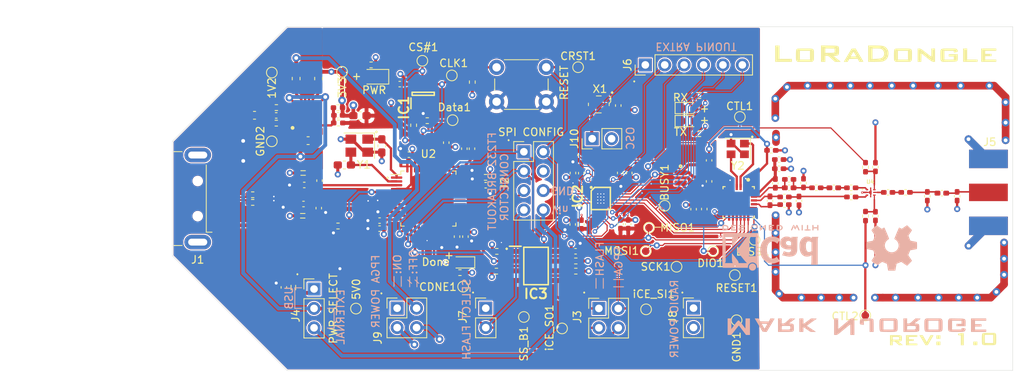
<source format=kicad_pcb>
(kicad_pcb (version 20211014) (generator pcbnew)
  (title_block (title "RiscvLoRaDongle") (date "2022-02-03") (rev "1.0") (company "Mark Njoroge"))
  (layers (0 "F.Cu" signal) (1 "In1.Cu" power "Gnd") (2 "In2.Cu" power "3V3") (31 "B.Cu" signal) (34 "B.Paste" user) (35 "F.Paste" user) (36 "B.SilkS" user "B.Silkscreen") (37 "F.SilkS" user "F.Silkscreen") (38 "B.Mask" user) (39 "F.Mask" user) (44 "Edge.Cuts" user))
  (net 0 "")
  (net 1 "GND")
  (net 2 "/V_USB")
  (net 3 "3V3")
  (net 4 "Net-(C3-Pad1)")
  (net 5 "+5V")
  (net 6 "1V2")
  (net 7 "Net-(C5-Pad1)")
  (net 8 "/USB_Interface/VPHY")
  (net 9 "/USB_Interface/~{RESET}")
  (net 10 "/USB_Interface/VPLL")
  (net 11 "Net-(C13-Pad1)")
  (net 12 "Net-(C14-Pad1)")
  (net 13 "Net-(C15-Pad1)")
  (net 14 "Net-(C16-Pad1)")
  (net 15 "Net-(C35-Pad1)")
  (net 16 "/RF Circuitry/RFI_P")
  (net 17 "Net-(C37-Pad2)")
  (net 18 "/RF Circuitry/RFI_N")
  (net 19 "Net-(C39-Pad2)")
  (net 20 "/RF Circuitry/RFO")
  (net 21 "Net-(C40-Pad2)")
  (net 22 "/RF Circuitry/VREG")
  (net 23 "Net-(C44-Pad2)")
  (net 24 "Net-(C44-Pad1)")
  (net 25 "/RF Circuitry/VR_PA")
  (net 26 "Net-(C47-Pad1)")
  (net 27 "Net-(C49-Pad2)")
  (net 28 "Net-(C49-Pad1)")
  (net 29 "Net-(C50-Pad2)")
  (net 30 "Net-(C52-Pad1)")
  (net 31 "Net-(D1-Pad2)")
  (net 32 "/ICE_CDONE")
  (net 33 "Net-(D3-Pad2)")
  (net 34 "Net-(D4-Pad2)")
  (net 35 "/VBUS")
  (net 36 "Net-(IC1-Pad1)")
  (net 37 "/USB_Interface/DATA")
  (net 38 "/USB_Interface/CLK")
  (net 39 "/USB_Interface/CS#")
  (net 40 "/ice40up5k_circuit/Pin_0")
  (net 41 "/RF Circuitry/LoRa_MISO")
  (net 42 "/RF Circuitry/ANT_SW")
  (net 43 "/ice40up5k_circuit/Pin_3")
  (net 44 "/RF Circuitry/LoRa_MOSI")
  (net 45 "/ice40up5k_circuit/iCE_CLK")
  (net 46 "/ice40up5k_circuit/Pin_4")
  (net 47 "/SPI_SS")
  (net 48 "/RF Circuitry/DIO1")
  (net 49 "/ice40up5k_circuit/Pin_5")
  (net 50 "/SPI_SCK")
  (net 51 "/RF Circuitry/BUSY")
  (net 52 "/ice40up5k_circuit/iCE_SI")
  (net 53 "/RF Circuitry/LoRa_!SS")
  (net 54 "/RF Circuitry/RX_LED")
  (net 55 "/RF Circuitry/~{RESET}")
  (net 56 "/ice40up5k_circuit/iCE_SO")
  (net 57 "/ice40up5k_circuit/Pin_2")
  (net 58 "/ICE_CRESET")
  (net 59 "/RF Circuitry/TX_LED")
  (net 60 "/ice40up5k_circuit/Pin_1")
  (net 61 "Net-(IC3-Pad1)")
  (net 62 "/SPI_MISO")
  (net 63 "Net-(IC3-Pad3)")
  (net 64 "/SPI_MOSI")
  (net 65 "Net-(IC3-Pad7)")
  (net 67 "/V_conn")
  (net 68 "Net-(L1-Pad2)")
  (net 69 "Net-(L2-Pad1)")
  (net 70 "Net-(L5-Pad2)")
  (net 71 "Net-(R11-Pad1)")
  (net 72 "/RF Circuitry/DIO2")
  (net 85 "Net-(U3-Pad3)")
  (net 86 "Net-(U3-Pad4)")
  (net 89 "/D-")
  (net 90 "/D+")
  (net 91 "/USB_Interface/USB_D+")
  (net 92 "/USB_Interface/USB_D-")
  (net 93 "RadioPower")
  (net 94 "3V3FPGA")
  (net 95 "1V2FPGA")
  (net 96 "/RF Circuitry/CTL1")
  (net 97 "/RF Circuitry/CTL2")
  (net 98 "Net-(J10-Pad1)")
  (footprint "Resistor_SMD:R_0402_1005Metric_Pad0.72x0.64mm_HandSolder" (layer "F.Cu") (at 139.25 82.25 -90)
    (fp_text reference "R13")
    (fp_text value "10K")
  )
  (footprint "TestPoint:TestPoint_Pad_D1.0mm" (layer "F.Cu") (at 190.7 112.8 180)
    (fp_text reference "CTL2")
    (fp_text value "CTL2")
  )
  (footprint "TestPoint:TestPoint_Pad_D1.0mm" (layer "F.Cu") (at 151 114.5 90)
    (fp_text reference "iCE_SO1")
    (fp_text value "iCE_SO")
  )
  (footprint "TestPoint:TestPoint_Pad_D1.0mm" (layer "F.Cu") (at 165.99 106.42 90)
    (fp_text reference "SCK1")
    (fp_text value "LoRa_SCK")
  )
  (footprint "TestPoint:TestPoint_Pad_D1.0mm" (layer "F.Cu") (at 162 112 -90)
    (fp_text reference "iCE_SI1")
    (fp_text value "iCE_SI")
  )
  (footprint "TestPoint:TestPoint_Pad_D1.0mm" (layer "F.Cu") (at 164.44 98.44)
    (fp_text reference "BUSY1")
    (fp_text value "Radio_Busy")
  )
  (footprint "TestPoint:TestPoint_Pad_D1.0mm" (layer "F.Cu") (at 113 81 180)
    (fp_text reference "1V2")
    (fp_text value "1.2V")
  )
  (footprint "TestPoint:TestPoint_Pad_D1.0mm" (layer "F.Cu") (at 146 113 -90)
    (fp_text reference "SS_B1")
    (fp_text value "iCE_SS_B")
  )
  (footprint "TestPoint:TestPoint_Pad_D1.0mm" (layer "F.Cu") (at 173.62 107.52 90)
    (fp_text reference "RESET1")
    (fp_text value "LoRA_~RESET")
  )
  (footprint "TestPoint:TestPoint_Pad_D1.0mm" (layer "F.Cu") (at 162.38 101.31 180)
    (fp_text reference "MISO1")
    (fp_text value "LoRA_MISO")
  )
  (footprint "TestPoint:TestPoint_Pad_D1.0mm" (layer "F.Cu") (at 113 90 180)
    (fp_text reference "GND2")
    (fp_text value "GND")
  )
  (footprint "TestPoint:TestPoint_Pad_D1.0mm" (layer "F.Cu") (at 153.1 80.3)
    (fp_text reference "CRST1")
    (fp_text value "iCE_CRESET")
  )
  (footprint "LED_SMD:LED_0805_2012Metric_Pad1.15x1.40mm_HandSolder" (layer "F.Cu") (at 126.45 81.55 180)
    (fp_text reference "D1")
    (fp_text value "PWR")
  )
  (footprint "Capacitor_SMD:C_0402_1005Metric_Pad0.74x0.62mm_HandSolder" (layer "F.Cu") (at 130.95 91.75)
    (fp_text reference "C19")
    (fp_text value "0.1uF")
  )
  (footprint "Connector_PinHeader_2.54mm:PinHeader_2x02_P2.54mm_Vertical" (layer "F.Cu") (at 155.82 111.88)
    (fp_text reference "J3")
    (fp_text value "Conn_02x02_Top_Bottom")
  )
  (footprint "N25Q032A13ESC40F:SOIC127P600X175-8N" (layer "F.Cu") (at 147.59 106.322)
    (fp_text reference "IC3")
    (fp_text value "N25Q032A13ESC40F" hide)
  )
  (footprint "Capacitor_SMD:C_0402_1005Metric_Pad0.74x0.62mm_HandSolder" (layer "F.Cu") (at 135.84 90.18 90)
    (fp_text reference "C17")
    (fp_text value "4.7uF")
  )
  (footprint "Capacitor_SMD:C_0402_1005Metric_Pad0.74x0.62mm_HandSolder" (layer "F.Cu") (at 141 95.75 180)
    (fp_text reference "C10")
    (fp_text value "10nF")
  )
  (footprint "Resistor_SMD:R_0402_1005Metric_Pad0.72x0.64mm_HandSolder" (layer "F.Cu") (at 140.98 94.72)
    (fp_text reference "R8")
    (fp_text value "10K")
  )
  (footprint "Resistor_SMD:R_0402_1005Metric_Pad0.72x0.64mm_HandSolder" (layer "F.Cu") (at 126 80 180)
    (fp_text reference "R3")
    (fp_text value "100R")
  )
  (footprint "Resistor_SMD:R_0402_1005Metric_Pad0.72x0.64mm_HandSolder" (layer "F.Cu") (at 110.5 98 180)
    (fp_text reference "R2")
    (fp_text value "10R")
  )
  (footprint "Resistor_SMD:R_0402_1005Metric_Pad0.72x0.64mm_HandSolder" (layer "F.Cu") (at 110.5 97 180)
    (fp_text reference "R1")
    (fp_text value "10R")
  )
  (footprint "Connector_PinHeader_2.54mm:PinHeader_1x02_P2.54mm_Vertical" (layer "F.Cu") (at 141.01 111.85)
    (fp_text reference "J7")
    (fp_text value "Jumper_NC_Small")
  )
  (footprint "Connector_PinHeader_2.54mm:PinHeader_1x06_P2.54mm_Vertical" (layer "F.Cu") (at 161.9 80 90)
    (fp_text reference "J6")
    (fp_text value "Conn_01x06")
  )
  (footprint "digikey-footprints:0603" (layer "F.Cu") (at 117.1 94.15)
    (fp_text reference "FB2")
    (fp_text value "600R/0.5A")
  )
  (footprint "Capacitor_SMD:C_0402_1005Metric_Pad0.74x0.62mm_HandSolder" (layer "F.Cu") (at 119.15 98.75 90)
    (fp_text reference "C12")
    (fp_text value "0.1uF")
  )
  (footprint "Button_Switch_THT:SW_PUSH_6mm_H5mm" (layer "F.Cu") (at 142.43 80.32)
    (fp_text reference "RESET")
    (fp_text value "SW_Push")
  )
  (footprint "Resistor_SMD:R_0402_1005Metric_Pad0.72x0.64mm_HandSolder" (layer "F.Cu") (at 152.8 107)
    (fp_text reference "R17")
    (fp_text value "10K")
  )
  (footprint "Resistor_SMD:R_0402_1005Metric_Pad0.72x0.64mm_HandSolder" (layer "F.Cu") (at 152.8 105.67)
    (fp_text reference "R16")
    (fp_text value "10K")
  )
  (footprint "Resistor_SMD:R_0402_1005Metric_Pad0.72x0.64mm_HandSolder" (layer "F.Cu") (at 142.46 104.41 180)
    (fp_text reference "R15")
    (fp_text value "10K")
  )
  (footprint "Resistor_SMD:R_0402_1005Metric_Pad0.72x0.64mm_HandSolder" (layer "F.Cu") (at 142.4025 107)
    (fp_text reference "R14")
    (fp_text value "10K")
  )
  (footprint "Resistor_SMD:R_0402_1005Metric_Pad0.72x0.64mm_HandSolder" (layer "F.Cu") (at 137.6325 107.195)
    (fp_text reference "R12")
    (fp_text value "4K7")
  )
  (footprint "Capacitor_SMD:C_0402_1005Metric_Pad0.74x0.62mm_HandSolder" (layer "F.Cu") (at 138.21 90.97 90)
    (fp_text reference "C16")
    (fp_text value "0.1uF")
  )
  (footprint "Capacitor_SMD:C_0402_1005Metric_Pad0.74x0.62mm_HandSolder" (layer "F.Cu") (at 127.11 100.38)
    (fp_text reference "C20")
    (fp_text value "0.1uF")
  )
  (footprint "Capacitor_SMD:C_0402_1005Metric_Pad0.74x0.62mm_HandSolder" (layer "F.Cu") (at 152.77 104.4 180)
    (fp_text reference "C32")
    (fp_text value "100nF")
  )
  (footprint "Capacitor_SMD:C_0402_1005Metric_Pad0.74x0.62mm_HandSolder" (layer "F.Cu") (at 137.25 102.48 90)
    (fp_text reference "C22")
    (fp_text value "0.1uF")
  )
  (footprint "TestPoint:TestPoint_Pad_D1.0mm" (layer "F.Cu") (at 124.02 111.9)
    (fp_text reference "5V0")
    (fp_text value "5V")
  )
  (footprint "Connector_PinHeader_2.54mm:PinHeader_1x03_P2.54mm_Vertical" (layer "F.Cu") (at 118.53 109.34)
    (fp_text reference "J4")
    (fp_text value "Jumper")
  )
  (footprint "Connector_PinHeader_2.54mm:PinHeader_2x04_P2.54mm_Vertical" (layer "F.Cu") (at 146 91.37)
    (fp_text reference "J2")
    (fp_text value "Conn_01x08")
  )
  (footprint "digikey-footprints:0603" (layer "F.Cu") (at 115.824 109.148 -90)
    (fp_text reference "FB1")
    (fp_text value "600R/0.5A")
  )
  (footprint "Capacitor_SMD:C_0402_1005Metric_Pad0.74x0.62mm_HandSolder" (layer "F.Cu") (at 114.58 109.13 -90)
    (fp_text reference "C1")
    (fp_text value "0.1uF")
  )
  (footprint "Resistor_SMD:R_0402_1005Metric_Pad0.72x0.64mm_HandSolder" (layer "F.Cu") (at 121.666 101.092 180)
    (fp_text reference "R11")
    (fp_text value "12K")
  )
  (footprint "Connector_USB:USB_A_CNCTech_1001-011-01101_Horizontal" (layer "F.Cu") (at 96.4 97.5 180)
    (fp_text reference "J1")
    (fp_text value "USB_A")
  )
  (footprint "Capacitor_SMD:C_0603_1608Metric_Pad1.08x0.95mm_HandSolder" (layer "F.Cu") (at 127.4 90.6 -90)
    (fp_text reference "C14")
    (fp_text value "27pF")
  )
  (footprint "Capacitor_SMD:C_0603_1608Metric_Pad1.08x0.95mm_HandSolder" (layer "F.Cu") (at 122.5 93.1 180)
    (fp_text reference "C15")
    (fp_text value "27pF")
  )
  (footprint "Crystal:Crystal_SMD_3225-4Pin_3.2x2.5mm" (layer "F.Cu") (at 124.452 90.574 180)
    (fp_text reference "Y1")
    (fp_text value "Crystal_GND24_Small")
  )
  (footprint "Inductor_SMD:L_0402_1005Metric_Pad0.77x0.64mm_HandSolder" (layer "F.Cu") (at 170.25 92.5 90)
    (fp_text reference "L3")
    (fp_text value "47nH")
  )
  (footprint "Inductor_SMD:L_0402_1005Metric_Pad0.77x0.64mm_HandSolder" (layer "F.Cu") (at 178.92 95.505 -90)
    (fp_text reference "L6")
    (fp_text value "47nH")
  )
  (footprint "Capacitor_SMD:C_0402_1005Metric_Pad0.74x0.62mm_HandSolder" (layer "F.Cu") (at 169.62 98.87 90)
    (fp_text reference "C33")
    (fp_text value "100nF")
  )
  (footprint "Inductor_SMD:L_0402_1005Metric_Pad0.77x0.64mm_HandSolder" (layer "F.Cu") (at 200.72 96.79)
    (fp_text reference "L7")
    (fp_text value "9.1nH")
  )
  (footprint "Capacitor_SMD:C_0402_1005Metric_Pad0.74x0.62mm_HandSolder" (layer "F.Cu") (at 179.42 92.39)
    (fp_text reference "C46")
    (fp_text value "47pF")
  )
  (footprint "Capacitor_SMD:C_0402_1005Metric_Pad0.74x0.62mm_HandSolder" (layer "F.Cu") (at 184.29 96.09 180)
    (fp_text reference "C52")
    (fp_text value "12pF")
  )
  (footprint "Inductor_SMD:L_0402_1005Metric_Pad0.77x0.64mm_HandSolder" (layer "F.Cu") (at 186.576 96.09)
    (fp_text reference "L9")
    (fp_text value "9.1nH")
  )
  (footprint "SW_SKYA21012:SW_SKYA21012" (layer "F.Cu") (at 191.402 96.69)
    (fp_text reference "U4")
    (fp_text value "SKY13587-378LF")
  )
  (footprint "sx1261-footprint:Semtech-QFN24-0-0-0" (layer "F.Cu") (at 174.12 97.99 -90)
    (fp_text reference "U3")
    (fp_text value "SX1261IMLTRT")
  )
  (footprint "KiCad_VLS201610CX-150M-1:VLS2016" (layer "F.Cu") (at 166.52 94.79 -90)
    (fp_text reference "L5")
    (fp_text value "15uH" hide)
  )
  (footprint "digikey-footprints:RF_SMA_BoardEdge_142-0701-801" (layer "F.Cu") (at 204.28 96.69 90)
    (fp_text reference "J5")
    (fp_text value "142-0701-801")
  )
  (footprint "TestPoint:TestPoint_Pad_D1.0mm" (layer "F.Cu") (at 174.28 86.81 90)
    (fp_text reference "CTL1")
    (fp_text value "CTL1")
  )
  (footprint "Capacitor_SMD:C_0402_1005Metric_Pad0.74x0.62mm_HandSolder" (layer "F.Cu") (at 180.12 98.29)
    (fp_text reference "C36")
    (fp_text value "1.8pF")
  )
  (footprint "Inductor_SMD:L_0402_1005Metric_Pad0.77x0.64mm_HandSolder" (layer "F.Cu") (at 178.22 97.79 -90)
    (fp_text reference "L4")
    (fp_text value "18nH")
  )
  (footprint "Capacitor_SMD:C_0402_1005Metric_Pad0.74x0.62mm_HandSolder" (layer "F.Cu") (at 170.25 95.25 90)
    (fp_text reference "C42")
    (fp_text value "470nF")
  )
  (footprint "Capacitor_SMD:C_0402_1005Metric_Pad0.74x0.62mm_HandSolder" (layer "F.Cu") (at 192.028 93.37 -90)
    (fp_text reference "C41")
    (fp_text value "33pF")
  )
  (footprint "Capacitor_SMD:C_0402_1005Metric_Pad0.74x0.62mm_HandSolder" (layer "F.Cu") (at 202.72 97.19 90)
    (fp_text reference "C50")
    (fp_text value "3.3pF")
  )
  (footprint "Capacitor_SMD:C_0402_1005Metric_Pad0.74x0.62mm_HandSolder" (layer "F.Cu") (at 180.734 94.99 180)
    (fp_text reference "C49")
    (fp_text value "3pF")
  )
  (footprint "Capacitor_SMD:C_0402_1005Metric_Pad0.74x0.62mm_HandSolder" (layer "F.Cu") (at 192.028 99.79 -90)
    (fp_text reference "C43")
    (fp_text value "33pF")
  )
  (footprint "Capacitor_SMD:C_0402_1005Metric_Pad0.74x0.62mm_HandSolder" (layer "F.Cu") (at 193.688 96.69)
    (fp_text reference "C44")
    (fp_text value "470pF")
  )
  (footprint "Capacitor_SMD:C_0402_1005Metric_Pad0.74x0.62mm_HandSolder" (layer "F.Cu") (at 180.12 97.29)
    (fp_text reference "C37")
    (fp_text value "1.8pF")
  )
  (footprint "Inductor_SMD:L_0402_1005Metric_Pad0.77x0.64mm_HandSolder" (layer "F.Cu") (at 180.734 96.09)
    (fp_text reference "L8")
    (fp_text value "2.7nH")
  )
  (footprint "Capacitor_SMD:C_0402_1005Metric_Pad0.74x0.62mm_HandSolder" (layer "F.Cu") (at 188.862 97.29)
    (fp_text reference "C40")
    (fp_text value "470pF")
  )
  (footprint "Capacitor_SMD:C_0402_1005Metric_Pad0.74x0.62mm_HandSolder" (layer "F.Cu") (at 178.4 91.19)
    (fp_text reference "C35")
    (fp_text value "10nF")
  )
  (footprint "Capacitor_SMD:C_0402_1005Metric_Pad0.74x0.62mm_HandSolder" (layer "F.Cu") (at 168.22 98.89 90)
    (fp_text reference "C34")
    (fp_text value "1uF")
  )
  (footprint "Capacitor_SMD:C_0402_1005Metric_Pad0.74x0.62mm_HandSolder" (layer "F.Cu") (at 182.02 97.79 -90)
    (fp_text reference "C38")
    (fp_text value "1pF")
  )
  (footprint "Capacitor_SMD:C_0402_1005Metric_Pad0.74x0.62mm_HandSolder" (layer "F.Cu") (at 179.42 93.59)
    (fp_text reference "C45")
    (fp_text value "47nF")
  )
  (footprint "Capacitor_SMD:C_0402_1005Metric_Pad0.74x0.62mm_HandSolder" (layer "F.Cu") (at 182.61 95.47 90)
    (fp_text reference "C51")
    (fp_text value "6.8pF")
  )
  (footprint "Capacitor_SMD:C_0402_1005Metric_Pad0.74x0.62mm_HandSolder" (layer "F.Cu") (at 195.974 96.686 180)
    (fp_text reference "C47")
    (fp_text value "22pF")
  )
  (footprint "Capacitor_SMD:C_0402_1005Metric_Pad0.74x0.62mm_HandSolder" (layer "F.Cu") (at 188.862 96.09)
    (fp_text reference "C39")
    (fp_text value "470pF")
  )
  (footprint "Capacitor_SMD:C_0402_1005Metric_Pad0.74x0.62mm_HandSolder" (layer "F.Cu") (at 198.82 97.19 90)
    (fp_text reference "C48")
    (fp_text value "3.3pF")
  )
  (footprint "Resistor_SMD:R_0402_1005Metric_Pad0.72x0.64mm_HandSolder" (layer "F.Cu") (at 190.728 99.79 90)
    (fp_text reference "R19")
    (fp_text value "100R")
  )
  (footprint "Resistor_SMD:R_0402_1005Metric_Pad0.72x0.64mm_HandSolder" (layer "F.Cu") (at 190.728 93.39 90)
    (fp_text reference "R18")
    (fp_text value "100R")
  )
  (footprint "Resistor_SMD:R_0402_1005Metric_Pad0.72x0.64mm_HandSolder" (layer "F.Cu") (at 113.588 87.626 180)
    (fp_text reference "R7")
    (fp_text value "100K")
  )
  (footprint "Resistor_SMD:R_0402_1005Metric_Pad0.72x0.64mm_HandSolder" (layer "F.Cu") (at 113.598 85.586)
    (fp_text reference "R6")
    (fp_text value "100K")
  )
  (footprint "Inductor_SMD:L_0603_1608Metric_Pad1.05x0.95mm_HandSolder" (layer "F.Cu") (at 116.188 81.788 90)
    (fp_text reference "L2")
    (fp_text value "2.2uH")
  )
  (footprint "Inductor_SMD:L_0603_1608Metric_Pad1.05x0.95mm_HandSolder" (layer "F.Cu") (at 119.126 81.788 -90)
    (fp_text reference "L1")
    (fp_text value "2.2uH")
  )
  (footprint "Capacitor_SMD:C_0603_1608Metric_Pad1.08x0.95mm_HandSolder" (layer "F.Cu") (at 117.7555 89.916 180)
    (fp_text reference "C4")
    (fp_text value "10uF")
  )
  (footprint "Capacitor_SMD:C_0402_1005Metric_Pad0.74x0.62mm_HandSolder" (layer "F.Cu") (at 113.578 86.616 180)
    (fp_text reference "C5")
    (fp_text value "22pF")
  )
  (footprint "Capacitor_SMD:C_0603_1608Metric_Pad1.08x0.95mm_HandSolder" (layer "F.Cu") (at 110.738 86.596)
    (fp_text reference "C6")
    (fp_text value "10uF")
  )
  (footprint "Capacitor_SMD:C_0402_1005Metric_Pad0.74x0.62mm_HandSolder" (layer "F.Cu") (at 138.35 102.48 90)
    (fp_text reference "C21")
    (fp_text value "0.1uF")
  )
  (footprint "Capacitor_SMD:C_0402_1005Metric_Pad0.74x0.62mm_HandSolder" (layer "F.Cu") (at 117.25 95.72 180)
    (fp_text reference "C7")
    (fp_text value "4.7uF")
  )
  (footprint "Capacitor_SMD:C_0402_1005Metric_Pad0.74x0.62mm_HandSolder" (layer "F.Cu") (at 127.11 101.43)
    (fp_text reference "C18")
    (fp_text value "0.1uF")
  )
  (footprint "Capacitor_SMD:C_0402_1005Metric_Pad0.74x0.62mm_HandSolder" (layer "F.Cu") (at 129.75 82.51)
    (fp_text reference "C8")
    (fp_text value "0.1uF")
  )
  (footprint "Resistor_SMD:R_0402_1005Metric_Pad0.72x0.64mm_HandSolder" (layer "F.Cu") (at 131.57 87.9 90)
    (fp_text reference "R10")
    (fp_text value "10K")
  )
  (footprint "93LC56B-I_OT_KiCad:SOT95P270X145-6N" (layer "F.Cu") (at 132.82 83.78 90)
    (fp_text reference "IC1")
    (fp_text value "93LC56BT-I_OT" hide)
  )
  (footprint "Resistor_SMD:R_0402_1005Metric_Pad0.72x0.64mm_HandSolder" (layer "F.Cu") (at 133.35 87.3 180)
    (fp_text reference "R9")
    (fp_text value "2K")
  )
  (footprint "Capacitor_SMD:C_0402_1005Metric_Pad0.74x0.62mm_HandSolder" (layer "F.Cu") (at 119.25 95.15 -90)
    (fp_text reference "C9")
    (fp_text value "0.1uF")
  )
  (footprint "Capacitor_SMD:C_0402_1005Metric_Pad0.74x0.62mm_HandSolder" (layer "F.Cu") (at 117.15 98.21 180)
    (fp_text reference "C11")
    (fp_text value "4.7uF")
  )
  (footprint "digikey-footprints:0603" (layer "F.Cu") (at 117.05 99.75)
    (fp_text reference "FB3")
    (fp_text value "600R/0.5A")
  )
  (footprint "Package_QFP:LQFP-48_7x7mm_P0.5mm" (layer "F.Cu") (at 133.5 97.5)
    (fp_text reference "U2")
    (fp_text value "FT232H")
  )
  (footprint "RP550K001A-TR_KiCad:SON50P270X300X60-13N" (layer "F.Cu") (at 117.618 86.516 90)
    (fp_text reference "U1")
    (fp_text value "RP550K001A-TR" hide)
  )
  (footprint "Capacitor_SMD:C_0402_1005Metric_Pad0.74x0.62mm_HandSolder" (layer "F.Cu") (at 152.39 100.888 90)
    (fp_text reference "C26")
    (fp_text value "100nF")
  )
  (footprint "Capacitor_SMD:C_0402_1005Metric_Pad0.74x0.62mm_HandSolder" (layer "F.Cu") (at 153.528 100.888 90)
    (fp_text reference "C25")
    (fp_text value "100nF")
  )
  (footprint "Capacitor_SMD:C_0402_1005Metric_Pad0.74x0.62mm_HandSolder" (layer "F.Cu") (at 158.65 100.86 90)
    (fp_text reference "C24")
    (fp_text value "100nF")
  )
  (footprint "Capacitor_SMD:C_0402_1005Metric_Pad0.74x0.62mm_HandSolder" (layer "F.Cu") (at 159.796 94.144 -90)
    (fp_text reference "C31")
    (fp_text value "100nF")
  )
  (footprint "Capacitor_SMD:C_0402_1005Metric_Pad0.74x0.62mm_HandSolder" (layer "F.Cu") (at 158.36 85.32 -90)
    (fp_text reference "C23")
    (fp_text value "100nF")
  )
  (footprint "Oscillator:Oscillator_SMD_ECS_2520MV-xxx-xx-4Pin_2.5x2.0mm" (layer "F.Cu") (at 155.81 85.17 -90)
    (fp_text reference "X1")
    (fp_text value "ECS-2520MV-500-BL-TR")
  )
  (footprint "ICE40UP5K-UWG30ITR1K_KiCad:BGA30C40P5X6_211X254X60" (layer "F.Cu") (at 156.07 97.49)
    (fp_text reference "IC2")
    (fp_text value "ICE40UP5K-UWG30ITR1K" hide)
  )
  (footprint "Capacitor_SMD:C_0402_1005Metric_Pad0.74x0.62mm_HandSolder" (layer "F.Cu") (at 153.518 94.174 -90)
    (fp_text reference "C29")
    (fp_text value "100nF")
  )
  (footprint "Capacitor_SMD:C_0402_1005Metric_Pad0.74x0.62mm_HandSolder" (layer "F.Cu") (at 158.608 94.144 -90)
    (fp_text reference "C30")
    (fp_text value "100nF")
  )
  (footprint "Capacitor_SMD:C_0402_1005Metric_Pad0.74x0.62mm_HandSolder" (layer "F.Cu") (at 152.43 94.149 -90)
    (fp_text reference "C28")
    (fp_text value "1uF")
  )
  (footprint "Capacitor_SMD:C_0402_1005Metric_Pad0.74x0.62mm_HandSolder" (layer "F.Cu") (at 159.662 100.86 90)
    (fp_text reference "C27")
    (fp_text value "100nF")
  )
  (footprint "TestPoint:TestPoint_Pad_D1.0mm" (layer "F.Cu") (at 138.05 109.03 90)
    (fp_text reference "CDNE1")
    (fp_text value "iCE_CDONE")
  )
  (footprint "LED_SMD:LED_0603_1608Metric_Pad1.05x0.95mm_HandSolder" (layer "F.Cu") (at 167.46 87.35)
    (fp_text reference "D3")
    (fp_text value "TX")
  )
  (footprint "LED_SMD:LED_0603_1608Metric_Pad1.05x0.95mm_HandSolder" (layer "F.Cu") (at 167.46 85.65)
    (fp_text reference "D4")
    (fp_text value "RX")
  )
  (footprint "Resistor_SMD:R_0402_1005Metric_Pad0.72x0.64mm_HandSolder" (layer "F.Cu") (at 169 89 180)
    (fp_text reference "R20")
    (fp_text value "100R")
  )
  (footprint "Resistor_SMD:R_0402_1005Metric_Pad0.72x0.64mm_HandSolder" (layer "F.Cu") (at 169 84 180)
    (fp_text reference "R21")
    (fp_text value "100R")
  )
  (footprint "Connector_PinHeader_2.54mm:PinHeader_1x02_P2.54mm_Vertical" (layer "F.Cu") (at 168.21 111.84)
    (fp_text reference "J8")
    (fp_text value "Jumper")
  )
  (footprint "Connector_PinHeader_2.54mm:PinHeader_2x02_P2.54mm_Vertical" (layer "F.Cu") (at 129.41 111.85)
    (fp_text reference "J9")
    (fp_text value "Conn_02x02_Top_Bottom")
  )
  (footprint "TestPoint:TestPoint_Pad_D1.0mm" (layer "F.Cu") (at 170.78 104.39 90)
    (fp_text reference "DIO1")
    (fp_text value "Radio_DIO1")
  )
  (footprint "TestPoint:TestPoint_Pad_D1.0mm" (layer "F.Cu") (at 176.2 102.9 180)
    (fp_text reference "L_SS1")
    (fp_text value "LoRa_!SS")
  )
  (footprint "TestPoint:TestPoint_Pad_D1.0mm" (layer "F.Cu") (at 122.2 80.9)
    (fp_text reference "3V3")
    (fp_text value "3.3V")
  )
  (footprint "TestPoint:TestPoint_Pad_D1.0mm" (layer "F.Cu") (at 161.95 104.39)
    (fp_text reference "MOSI1")
    (fp_text value "LoRa_MOSI")
  )
  (footprint "Capacitor_SMD:C_0402_1005Metric_Pad0.74x0.62mm_HandSolder" (layer "F.Cu") (at 139.21 90.97 90)
    (fp_text reference "C13")
    (fp_text value "0.1uF")
  )
  (footprint "Crystal:Crystal_SMD_2520-4Pin_2.5x2.0mm" (layer "F.Cu") (at 174 91 180)
    (fp_text reference "Y2")
    (fp_text value "Crystal_GND24")
  )
  (footprint "Capacitor_SMD:C_0603_1608Metric_Pad1.08x0.95mm_HandSolder" (layer "F.Cu") (at 124.538 86.646 180)
    (fp_text reference "C2")
    (fp_text value "10uF")
  )
  (footprint "Capacitor_SMD:C_0402_1005Metric_Pad0.74x0.62mm_HandSolder" (layer "F.Cu") (at 121.7 86.6)
    (fp_text reference "C3")
    (fp_text value "22pF")
  )
  (footprint "Resistor_SMD:R_0402_1005Metric_Pad0.72x0.64mm_HandSolder" (layer "F.Cu") (at 121.7 87.6)
    (fp_text reference "R5")
    (fp_text value "100K")
  )
  (footprint "Resistor_SMD:R_0402_1005Metric_Pad0.72x0.64mm_HandSolder" (layer "F.Cu") (at 121.668 85.6 180)
    (fp_text reference "R4")
    (fp_text value "453K")
  )
  (footprint "TestPoint:TestPoint_Pad_D1.0mm" (layer "F.Cu") (at 173.85 113.43)
    (fp_text reference "GND1")
    (fp_text value "GND")
  )
  (footprint "LED_SMD:LED_0603_1608Metric_Pad1.05x0.95mm_HandSolder" (layer "F.Cu") (at 137.9075 105.86 180)
    (fp_text reference "D2")
    (fp_text value "Done")
  )
  (footprint "Connector_PinHeader_2.54mm:PinHeader_1x02_P2.54mm_Vertical" (layer "F.Cu") (at 154.945 89.66 90)
    (fp_text reference "J10")
    (fp_text value "Jumper_2_Open")
  )
  (footprint "Logo:rev1.0" (layer "F.Cu") (at 201.05 115.975)
    (fp_text reference "G2")
    (fp_text value "LOGO" hide)
  )
  (footprint "Logo:LoRaDongleLogo" (layer "F.Cu") (at 193.35 78.55)
    (fp_text reference "G1" hide)
    (fp_text value "LOGO" hide)
  )
  (footprint "TestPoint:TestPoint_Pad_D1.0mm" (layer "F.Cu") (at 136.67 87.23)
    (fp_text reference "Data1")
    (fp_text value "Data")
  )
  (footprint "TestPoint:TestPoint_Pad_D1.0mm" (layer "F.Cu") (at 132.71 79.46)
    (fp_text reference "CS#1")
    (fp_text value "CS#")
  )
  (footprint "TestPoint:TestPoint_Pad_D1.0mm" (layer "F.Cu") (at 136.57 81.38)
    (fp_text reference "CLK1")
    (fp_text value "CLK")
  )
  (footprint "Symbol:OSHW-Symbol_6.7x6mm_SilkScreen" (layer "B.Cu") (at 194.15 103.95)
    (fp_text reference "REF**" hide)
    (fp_text value "OSHW-Symbol_6.7x6mm_SilkScreen" hide)
  )
  (footprint "Symbol:KiCad-Logo2_5mm_SilkScreen" (layer "B.Cu") (at 178.275 103.95)
    (fp_text reference "REF**" hide)
    (fp_text value "KiCad-Logo2_5mm_SilkScreen" hide)
  )
  (footprint "Logo:mark_njoroge" (layer "B.Cu") (at 189.625 114.25)
    (fp_text reference "G3")
    (fp_text value "LOGO" hide)
  )
  (gr_line (start 129 109) (end 129 107.7) (layer "B.SilkS") (width 0.12))
  (gr_line (start 130.8 108.15) (end 131.3 108.6) (layer "B.SilkS") (width 0.12))
  (gr_line (start 116.01 109.18) (end 116.01 111.88) (layer "B.SilkS") (width 0.12))
  (gr_line (start 159.05 108.1) (end 157.75 108.1) (layer "B.SilkS") (width 0.12))
  (gr_line (start 120.3 111.87) (end 121.15 111.87) (layer "B.SilkS") (width 0.12))
  (gr_line (start 159.05 109.05) (end 157.75 109.05) (layer "B.SilkS") (width 0.12))
  (gr_line (start 129.95 109) (end 129.95 107.7) (layer "B.SilkS") (width 0.12))
  (gr_line (start 131.05 109.05) (end 131.05 107.75) (layer "B.SilkS") (width 0.12))
  (gr_line (start 116.01 111.88) (end 116.87 111.88) (layer "B.SilkS") (width 0.12))
  (gr_line (start 121.15 111.87) (end 121.16 114.46) (layer "B.SilkS") (width 0.12))
  (gr_line (start 121.16 114.46) (end 120.27 114.46) (layer "B.SilkS") (width 0.12))
  (gr_line (start 132 109.05) (end 132 107.75) (layer "B.SilkS") (width 0.12))
  (gr_line (start 131.75 108.15) (end 132.25 108.6) (layer "B.SilkS") (width 0.12))
  (gr_line (start 116.9 109.18) (end 116.01 109.18) (layer "B.SilkS") (width 0.12))
  (gr_line (start 156.4 109.25) (end 156.4 107.95) (layer "B.SilkS") (width 0.12))
  (gr_line (start 155.45 109.25) (end 155.45 107.95) (layer "B.SilkS") (width 0.12))
  (gr_line (start 163.9 101.25) (end 163.08 101.25) (layer "F.SilkS") (width 0.12))
  (gr_line (start 210 120) (end 115 120) (layer "Edge.Cuts") (width 0.05))
  (gr_line (start 100 105) (end 100 90) (layer "Edge.Cuts") (width 0.05))
  (gr_line (start 115 75) (end 100 90) (layer "Edge.Cuts") (width 0.05))
  (gr_line (start 115 75) (end 210 75) (layer "Edge.Cuts") (width 0.05))
  (gr_line (start 115 120) (end 100 105) (layer "Edge.Cuts") (width 0.05))
  (gr_line (start 210 75) (end 210 120) (layer "Edge.Cuts") (width 0.05))
  (gr_text "GND" (at 151 96.45 180) (layer "B.SilkS") (effects (font (size 1 1)) (justify mirror)))
  (gr_text "FPGA" (at 158.4 105.65 90) (layer "B.SilkS") (effects (font (size 1 1)) (justify mirror)))
  (gr_text "FPGA POWER" (at 126.6 109.65 90) (layer "B.SilkS") (effects (font (size 1 1)) (justify mirror)))
  (gr_text "FLASH" (at 155.95 105.4 90) (layer "B.SilkS") (effects (font (size 1 1)) (justify mirror)))
  (gr_text "EXTRA PINOUT" (at 168.55 77.6 180) (layer "B.SilkS") (effects (font (size 1 1)) (justify mirror)))
  (gr_text "FT232 BREAKOUT\n  CONNECTOR" (at 142.65 95.25 90) (layer "B.SilkS") (effects (font (size 1 1)) (justify mirror)))
  (gr_text "USB" (at 115.25 110.51 90) (layer "B.SilkS") (effects (font (size 1 1)) (justify mirror)))
  (gr_text "Vin" (at 150.75 98.95 180) (layer "B.SilkS") (effects (font (size 1 1)) (justify mirror)))
  (gr_text "RADIO POWER" (at 165.7 113.25 90) (layer "B.SilkS") (effects (font (size 1 1)) (justify mirror)))
  (gr_text "OSC" (at 159.95 89.6 90) (layer "B.SilkS") (effects (font (size 1 1)) (justify mirror)))
  (gr_text "SELECT FLASH" (at 138.5 113.3 90) (layer "B.SilkS") (effects (font (size 1 1)) (justify mirror)))
  (gr_text "OFF:" (at 131.55 105.8 90) (layer "B.SilkS") (effects (font (size 1 1)) (justify mirror)))
  (gr_text "ON:" (at 129.45 106.1 90) (layer "B.SilkS") (effects (font (size 1 1)) (justify mirror)))
  (gr_text "EXTERNAL" (at 122 113 90) (layer "B.SilkS") (effects (font (size 1 1)) (justify mirror)))
  (gr_text "." (at 160.45 81.75) (layer "F.SilkS") (effects (font (size 1 1))))
  (gr_text "." (at 157.55 82.8) (layer "F.SilkS") (effects (font (size 2 2))))
  (gr_text "." (at 175.9 88.6) (layer "F.SilkS") (effects (font (size 2 2))))
  (gr_text "PWR SELECT\n" (at 121.06 111.89 90) (layer "F.SilkS") (effects (font (size 1 1))))
  (gr_text "." (at 116.35 107) (layer "F.SilkS") (effects (font (size 1 1))))
  (gr_text "+" (at 169.65 87.2) (layer "F.SilkS") (effects (font (size 1 1))))
  (gr_text "." (at 153.1 91.4) (layer "F.SilkS") (effects (font (size 1 1))))
  (gr_text "." (at 126.7 87.95) (layer "F.SilkS") (effects (font (size 2 2))))
  (gr_text "." (at 139.35 109.4) (layer "F.SilkS") (effects (font (size 1 1))))
  (gr_text "." (at 128.15 93.95) (layer "F.SilkS") (effects (font (size 2 2))))
  (gr_text "." (at 127.35 109.5) (layer "F.SilkS") (effects (font (size 1 1))))
  (gr_text "+" (at 169.65 85.7) (layer "F.SilkS") (effects (font (size 1 1))))
  (gr_text "+" (at 136.2 104.9) (layer "F.SilkS") (effects (font (size 1 1))))
  (gr_text "." (at 143.75 103.25) (layer "F.SilkS") (effects (font (size 2 2))))
  (gr_text "." (at 144 89.45) (layer "F.SilkS") (effects (font (size 1 1))))
  (gr_text "." (at 166.75 109.4) (layer "F.SilkS") (effects (font (size 1 1))))
  (gr_text "+" (at 124.1 81.45) (layer "F.SilkS") (effects (font (size 1 1))))
  (gr_text "." (at 153.9 109.4) (layer "F.SilkS") (effects (font (size 1 1))))
  (gr_text "SPI CONFIG" (at 146.95 88.8) (layer "F.SilkS") (effects (font (size 1 1))))
  (segment (start 179.93 110.47) (end 182.34 110.47) (width 1) (layer "F.Cu") (net 1))
  (segment (start 121.6375 93.1) (end 121.6375 94.3375) (width 0.4) (layer "F.Cu") (net 1))
  (segment (start 209.07 87.55) (end 209.07 84.89) (width 1) (layer "F.Cu") (net 1))
  (segment (start 207.57 82.72) (end 206.94 82.72) (width 1) (layer "F.Cu") (net 1))
  (segment (start 174.87 98.74) (end 174.12 97.99) (width 0.3) (layer "F.Cu") (net 1))
  (segment (start 207.865 109.715) (end 208.79 108.79) (width 1) (layer "F.Cu") (net 1))
  (segment (start 190.31 96.69) (end 190.29 96.71) (width 0.2) (layer "F.Cu") (net 1))
  (segment (start 137.6625 95.25) (end 138.93 95.25) (width 0.3) (layer "F.Cu") (net 1))
  (segment (start 114.58 108.5625) (end 113.5775 108.5625) (width 0.3) (layer "F.Cu") (net 1))
  (segment (start 169.4075 95.8175) (end 169.4 95.81) (width 0.3) (layer "F.Cu") (net 1))
  (segment (start 190.892 96.69) (end 190.31 96.69) (width 0.2) (layer "F.Cu") (net 1))
  (segment (start 178.96 102) (end 178.96 104.52) (width 1) (layer "F.Cu") (net 1))
  (segment (start 173.300978 90.3) (end 173.125 90.3) (width 0.3) (layer "F.Cu") (net 1))
  (segment (start 173.125 90.3) (end 173.125 89.125) (width 0.3) (layer "F.Cu") (net 1))
  (segment (start 194.17 82.72) (end 191.31 82.72) (width 1) (layer "F.Cu") (net 1))
  (segment (start 209.07 89.87) (end 209.07 88.18) (width 1) (layer "F.Cu") (net 1))
  (segment (start 180.44 82.9) (end 179.01 84.33) (width 1) (layer "F.Cu") (net 1))
  (segment (start 116.5825 98.21) (end 116.2925 98.21) (width 0.3) (layer "F.Cu") (net 1))
  (segment (start 134.4475 89.6125) (end 135.84 89.6125) (width 0.3) (layer "F.Cu") (net 1))
  (segment (start 179.01 89.49) (end 179.01 90.1) (width 1) (layer "F.Cu") (net 1))
  (segment (start 206.82 92.3085) (end 206.7985 92.3085) (width 1) (layer "F.Cu") (net 1))
  (segment (start 126.91 99.25) (end 126.89 99.23) (width 0.3) (layer "F.Cu") (net 1))
  (segment (start 174.87 97.24) (end 174.12 97.99) (width 0.3) (layer "F.Cu") (net 1))
  (segment (start 206.82 101.0715) (end 204.2215 103.67) (width 1) (layer "F.Cu") (net 1))
  (segment (start 129.3375 99.75) (end 128.129194 99.75) (width 0.3) (layer "F.Cu") (net 1))
  (segment (start 205.35 110.47) (end 207.11 110.47) (width 1) (layer "F.Cu") (net 1))
  (segment (start 208.79 108.79) (end 208.87 108.71) (width 1) (layer "F.Cu") (net 1))
  (segment (start 207.11 110.47) (end 207.865 109.715) (width 1) (layer "F.Cu") (net 1))
  (segment (start 171.24 97.24) (end 170.25 96.25) (width 0.3) (layer "F.Cu") (net 1))
  (segment (start 178.96 104.52) (end 178.96 107.09) (width 1) (layer "F.Cu") (net 1))
  (segment (start 192.98 110.47) (end 194.66 110.47) (width 1) (layer "F.Cu") (net 1))
  (segment (start 178.96 99.68) (end 178.96 101.2) (width 1) (layer "F.Cu") (net 1))
  (segment (start 127.4 91.4625) (end 127.4 92.6) (width 0.4) (layer "F.Cu") (net 1))
  (segment (start 192.028 100.3575) (end 192.028 106.222) (width 0.3) (layer "F.Cu") (net 1))
  (segment (start 176.12 98.74) (end 174.87 98.74) (width 0.3) (layer "F.Cu") (net 1))
  (segment (start 135.25 101.6625) (end 135.25 103.91) (width 0.3) (layer "F.Cu") (net 1))
  (segment (start 173.37 95.99) (end 173.37 95.47) (width 0.3) (layer "F.Cu") (net 1))
  (segment (start 119.15 99.3175) (end 120.0475 99.3175) (width 0.3) (layer "F.Cu") (net 1))
  (segment (start 178.96 107.09) (end 178.96 109.5) (width 1) (layer "F.Cu") (net 1))
  (segment (start 191.96 110.47) (end 192.98 110.47) (width 1) (layer "F.Cu") (net 1))
  (segment (start 130.61 96.25) (end 131.25 95.61) (width 0.3) (layer "F.Cu") (net 1))
  (segment (start 179.01 88.99) (end 179.01 89.49) (width 1) (layer "F.Cu") (net 1))
  (segment (start 116.6825 95.72) (end 115.33 95.72) (width 0.4) (layer "F.Cu") (net 1))
  (segment (start 132.82 85.03) (end 132.82 86.36) (width 0.3) (layer "F.Cu") (net 1))
  (segment (start 123.452 89.724) (end 125.152 91.424) (width 0.4) (layer "F.Cu") (net 1))
  (segment (start 137.25 103.0475) (end 137.25 103.85) (width 0.3) (layer "F.Cu") (net 1))
  (segment (start 194.66 110.47) (end 197.6 110.47) (width 1) (layer "F.Cu") (net 1))
  (segment (start 138.35 103.0475) (end 139.1575 103.0475) (width 0.3) (layer "F.Cu") (net 1))
  (segment (start 131.25 93.3375) (end 131.25 92.6175) (width 0.3) (layer "F.Cu") (net 1))
  (segment (start 179.9875 92.39) (end 180.83 92.39) (width 0.3) (layer "F.Cu") (net 1))
  (segment (start 174.875 91.7) (end 174.700978 91.7) (width 0.3) (layer "F.Cu") (net 1))
  (segment (start 203.18 82.72) (end 200.22 82.72) (width 1) (layer "F.Cu") (net 1))
  (segment (start 133.75 91.36) (end 134.25 90.86) (width 0.3) (layer "F.Cu") (net 1))
  (segment (start 115.33 95.72) (end 115.32 95.73) (width 0.4) (layer "F.Cu") (net 1))
  (segment (start 133.75 93.3375) (end 133.75 91.36) (width 0.3) (layer "F.Cu") (net 1))
  (segment (start 156.503505 96.89) (end 156.516747 96.903242) (width 0.15) (layer "F.Cu") (net 1))
  (segment (start 206.94 82.72) (end 203.18 82.72) (width 1) (layer "F.Cu") (net 1))
  (segment (start 131.25 95.61) (end 131.25 93.3375) (width 0.3) (layer "F.Cu") (net 1))
  (segment (start 116.2825 98.2) (end 114.92 98.2) (width 0.3) (layer "F.Cu") (net 1))
  (segment (start 129.3375 98.75) (end 127.37 98.75) (width 0.3) (layer "F.Cu") (net 1))
  (segment (start 179.87 110.41) (end 179.93 110.47) (width 1) (layer "F.Cu") (net 1))
  (segment (start 209.07 84.89) (end 209.07 84.22) (width 1) (layer "F.Cu") (net 1))
  (segment (start 204.2215 103.67) (end 204.22 103.67) (width 1) (layer "F.Cu") (net 1))
  (segment (start 127.609194 99.23) (end 126.89 99.23) (width 0.3) (layer "F.Cu") (net 1))
  (segment (start 172.12 97.24) (end 171.24 97.24) (width 0.3) (layer "F.Cu") (net 1))
  (segment (start 123.352 89.724) (end 122.024 89.724) (width 0.4) (layer "F.Cu") (net 1))
  (segment (start 126.5425 100.38) (end 125.58 100.38) (width 0.3) (layer "F.Cu") (net 1))
  (segment (start 136.2675 103.0475) (end 137.25 103.0475) (width 0.3) (layer "F.Cu") (net 1))
  (segment (start 179.42 109.96) (end 179.87 110.41) (width 1) (layer "F.Cu") (net 1))
  (segment (start 202.72 98.86) (end 202.73 98.87) (width 0.3) (layer "F.Cu") (net 1))
  (segment (start 137.6625 94.75) (end 138.4525 93.96) (width 0.3) (layer "F.Cu") (net 1))
  (segment (start 152.39 101.4555) (end 153.528 101.4555) (width 0.4) (layer "F.Cu") (net 1))
  (segment (start 180.62 82.72) (end 180.44 82.9) (width 1) (layer "F.Cu") (net 1))
  (segment (start 138.4525 93.96) (end 139.06 93.96) (width 0.3) (layer "F.Cu") (net 1))
  (segment (start 129.3375 96.25) (end 130.61 96.25) (width 0.3) (layer "F.Cu") (net 1))
  (segment (start 174.87 95.99) (end 174.87 97.24) (width 0.3) (layer "F.Cu") (net 1))
  (segment (start 128.129194 99.75) (end 127.609194 99.23) (width 0.3) (layer "F.Cu") (net 1))
  (segment (start 174.87 95.99) (end 174.87 95.06) (width 0.3) (layer "F.Cu") (net 1))
  (segment (start 156.47 96.89) (end 156.503505 96.89) (width 0.15) (layer "F.Cu") (net 1))
  (segment (start 172.12 97.24) (end 173.37 97.24) (width 0.3) (layer "F.Cu") (net 1))
  (segment (start 141.5675 96.8275) (end 141.59 96.85) (width 0.3) (layer "F.Cu") (net 1))
  (segment (start 200.22 82.72) (end 196.96 82.72) (width 1) (layer "F.Cu") (net 1))
  (segment (start 182.02 98.3575) (end 182.02 99.31) (width 0.3) (layer "F.Cu") (net 1))
  (segment (start 109.26 92.57) (end 109.26 89.96) (width 0.5) (layer "F.Cu") (net 1))
  (segment (start 118.618 88.868) (end 118.618 89.916) (width 0.3) (layer "F.Cu") (net 1))
  (segment (start 170.25 96.25) (end 170.25 95.8175) (width 0.3) (layer "F.Cu") (net 1))
  (segment (start 116.2925 98.21) (end 116.2825 98.2) (width 0.3) (layer "F.Cu") (net 1))
  (segment (start 107.83 94) (end 106.05 94) (width 0.5) (layer "F.Cu") (net 1))
  (segment (start 134.25 90.86) (end 134.25 89.81) (width 0.3) (layer "F.Cu") (net 1))
  (segment (start 197.6 110.47) (end 200.31 110.47) (width 1) (layer "F.Cu") (net 1))
  (segment (start 141.5675 95.75) (end 141.5675 96.8275) (width 0.3) (layer "F.Cu") (net 1))
  (segment (start 130.75 92.1175) (end 130.66625 92.03375) (width 0.3) (layer "F.Cu") (net 1))
  (segment (start 134.25 89.81) (end 134.4475 89.6125) (width 0.3) (layer "F.Cu") (net 1))
  (segment (start 109.26 89.96) (end 109.25 89.95) (width 0.5) (layer "F.Cu") (net 1))
  (segment (start 131.25 92.6175) (end 130.66625 92.03375) (width 0.3) (layer "F.Cu") (net 1))
  (segment (start 182.61 94.9025) (end 182.61 93.87) (width 0.3) (layer "F.Cu") (net 1))
  (segment (start 107.83 94) (end 109.26 92.57) (width 0.5) (layer "F.Cu") (net 1))
  (segment (start 173.37 95.99) (end 173.37 97.24) (width 0.3) (layer "F.Cu") (net 1))
  (segment (start 188.75 82.72) (end 186.1 82.72) (width 1) (layer "F.Cu") (net 1))
  (segment (start 130.3825 91.4925) (end 129.85 90.96) (width 0.3) (layer "F.Cu") (net 1))
  (segment (start 208.87 108.71) (end 208.87 107.47) (width 1) (layer "F.Cu") (net 1))
  (segment (start 196.96 82.72) (end 194.17 82.72) (width 1) (layer "F.Cu") (net 1))
  (segment (start 209.07 84.22) (end 207.57 82.72) (width 1) (layer "F.Cu") (net 1))
  (segment (start 170.25 95.8175) (end 169.4075 95.8175) (width 0.3) (layer "F.Cu") (net 1))
  (segment (start 184.92 110.47) (end 187.3 110.47) (width 1) (layer "F.Cu") (net 1))
  (segment (start 208.87 105.37) (end 208.87 103.25) (width 1) (layer "F.Cu") (net 1))
  (segment (start 121.0685 101.092) (end 121.0685 101.9885) (width 0.3) (layer "F.Cu") (net 1))
  (segment (start 179.01 84.33) (end 178.92 84.42) (width 1) (layer "F.Cu") (net 1))
  (segment (start 174.700978 91.7) (end 173.300978 90.3) (width 0.3) (layer "F.Cu") (net 1))
  (segment (start 118.368 88.618) (end 118.618 88.868) (width 0.3) (layer "F.Cu") (net 1))
  (segment (start 158.65 101.4275) (end 159.662 101.4275) (width 0.4) (layer "F.Cu") (net 1))
  (segment (start 183.14 82.72) (end 180.62 82.72) (width 1) (layer "F.Cu") (net 1))
  (segment (start 118.368 87.916) (end 118.368 88.618) (width 0.3) (layer "F.Cu") (net 1))
  (segment (start 173.37 97.24) (end 174.12 97.99) (width 0.3) (layer "F.Cu") (net 1))
  (segment (start 138.21 90.4025) (end 139.21 90.4025) (width 0.4) (layer "F.Cu") (net 1))
  (segment (start 135.75 102.53) (end 136.2675 103.0475) (width 0.3) (layer "F.Cu") (net 1))
  (segment (start 178.96 109.5) (end 179.42 109.96) (width 1) (layer "F.Cu") (net 1))
  (segment (start 179.9875 93.59) (end 180.98 93.59) (width 0.3) (layer "F.Cu") (net 1))
  (segment (start 174.87 95.06) (end 175.05 94.88) (width 0.3) (layer "F.Cu") (net 1))
  (segment (start 127.3615 91.424) (end 127.4 91.4625) (width 0.4) (layer "F.Cu") (net 1))
  (segment (start 202.72 97.7575) (end 202.72 98.86) (width 0.3) (layer "F.Cu") (net 1))
  (segment (start 134.25 93.3375) (end 134.25 90.86) (width 0.3) (layer "F.Cu") (net 1))
  (segment (start 180.6875 98.29) (end 180.6875 99.3175) (width 0.3) (layer "F.Cu") (net 1))
  (segment (start 130.75 93.3375) (end 130.75 92.1175) (width 0.3) (layer "F.Cu") (net 1))
  (segment (start 125.552 91.424) (end 127.3615 91.424) (width 0.4) (layer "F.Cu") (net 1))
  (segment (start 206.7985 92.3085) (end 204.21 89.72) (width 1) (layer "F.Cu") (net 1))
  (segment (start 209.07 88.18) (end 209.07 87.55) (width 1) (layer "F.Cu") (net 1))
  (segment (start 135.75 101.6625) (end 135.75 102.53) (width 0.3) (layer "F.Cu") (net 1))
  (segment (start 125.152 91.424) (end 125.552 91.424) (width 0.4) (layer "F.Cu") (net 1))
  (segment (start 187.3 110.47) (end 189.16 110.47) (width 1) (layer "F.Cu") (net 1))
  (segment (start 130.66625 92.03375) (end 130.3825 91.75) (width 0.3) (layer "F.Cu") (net 1))
  (segment (start 139.06 93.96) (end 139.21 93.81) (width 0.3) (layer "F.Cu") (net 1))
  (segment (start 138.93 95.25) (end 139.25 94.93) (width 0.3) (layer "F.Cu") (net 1))
  (segment (start 130.3825 91.75) (end 130.3825 91.4925) (width 0.3) (layer "F.Cu") (net 1))
  (segment (start 127.37 98.75) (end 126.89 99.23) (width 0.3) (layer "F.Cu") (net 1))
  (segment (start 129.3375 99.25) (end 126.91 99.25) (width 0.3) (layer "F.Cu") (net 1))
  (segment (start 178.92 84.42) (end 178.92 86.96) (width 1) (layer "F.Cu") (net 1))
  (segment (start 173.37 95.47) (end 173 95.1) (width 0.3) (layer "F.Cu") (net 1))
  (segment (start 208.87 107.47) (end 208.87 105.37) (width 1) (layer "F.Cu") (net 1))
  (segment (start 123.352 89.724) (end 123.452 89.724) (width 0.4) (layer "F.Cu") (net 1))
  (segment (start 178.96 101.2) (end 178.96 102) (width 1) (layer "F.Cu") (net 1))
  (segment (start 191.31 82.72) (end 188.75 82.72) (width 1) (layer "F.Cu") (net 1))
  (segment (start 178.9675 91.19) (end 180.18 91.19) (width 0.3) (layer "F.Cu") (net 1))
  (segment (start 192.028 92.8025) (end 192.028 87.528) (width 0.3) (layer "F.Cu") (net 1))
  (segment (start 182.34 110.47) (end 184.92 110.47) (width 1) (layer "F.Cu") (net 1))
  (segment (start 186.1 82.72) (end 183.14 82.72) (width 1) (layer "F.Cu") (net 1))
  (segment (start 202.93 110.47) (end 205.35 110.47) (width 1) (layer "F.Cu") (net 1))
  (segment (start 200.31 110.47) (end 202.93 110.47) (width 1) (layer "F.Cu") (net 1))
  (segment (start 114.92 98.2) (end 114.49 98.63) (width 0.3) (layer "F.Cu") (net 1))
  (segment (start 198.82 97.7575) (end 198.82 98.92) (width 0.3) (layer "F.Cu") (net 1))
  (segment (start 126.5425 101.43) (end 125.58 101.43) (width 0.3) (layer "F.Cu") (net 1))
  (via (at 113.5775 108.5625) (size 0.8) (drill 0.4) (layers "F.Cu" "B.Cu") (net 1))
  (via (at 188.75 82.72) (size 1) (drill 0.5) (layers "F.Cu" "B.Cu") (net 1))
  (via (at 194.66 110.47) (size 1) (drill 0.5) (layers "F.Cu" "B.Cu") (net 1))
  (via (at 208.87 107.47) (size 1) (drill 0.5) (layers "F.Cu" "B.Cu") (net 1))
  (via (at 121.6375 94.3375) (size 0.8) (drill 0.4) (layers "F.Cu" "B.Cu") (net 1))
  (via (at 208.87 105.37) (size 1) (drill 0.5) (layers "F.Cu" "B.Cu") (net 1))
  (via (at 180.44 82.9) (size 1) (drill 0.5) (layers "F.Cu" "B.Cu") (net 1))
  (via (at 204.22 103.67) (size 1) (drill 0.5) (layers "F.Cu" "B.Cu") (net 1))
  (via (at 198.82 98.92) (size 0.8) (drill 0.4) (layers "F.Cu" "B.Cu") (net 1))
  (via (at 178.96 99.68) (size 1) (drill 0.5) (layers "F.Cu" "B.Cu") (net 1))
  (via (at 183.14 82.72) (size 1) (drill 0.5) (layers "F.Cu" "B.Cu") (net 1))
  (via (at 178.92 86.96) (size 1) (drill 0.5) (layers "F.Cu" "B.Cu") (net 1))
  (via micro (at 156.47 96.89) (size 0.3) (drill 0.15) (layers "F.Cu" "In1.Cu") (net 1))
  (via micro (at 155.67 98.09) (size 0.3) (drill 0.15) (layers "F.Cu" "In1.Cu") (net 1))
  (via (at 208.87 103.25) (size 1) (drill 0.5) (layers "F.Cu" "B.Cu") (net 1))
  (via (at 114.49 98.63) (size 0.8) (drill 0.4) (layers "F.Cu" "B.Cu") (net 1))
  (via (at 121.0685 101.9885) (size 0.8) (drill 0.4) (layers "F.Cu" "B.Cu") (net 1))
  (via (at 209.07 84.89) (size 1) (drill 0.5) (layers "F.Cu" "B.Cu") (net 1))
  (via (at 115.32 95.73) (size 0.8) (drill 0.4) (layers "F.Cu" "B.Cu") (net 1))
  (via micro (at 173 95.1) (size 0.4) (drill 0.2) (layers "F.Cu" "In1.Cu") (net 1))
  (via (at 120.0475 99.3175) (size 0.8) (drill 0.4) (layers "F.Cu" "B.Cu") (net 1))
  (via (at 209.07 87.55) (size 1) (drill 0.5) (layers "F.Cu" "B.Cu") (net 1))
  (via (at 180.83 92.39) (size 0.8) (drill 0.4) (layers "F.Cu" "B.Cu") (net 1))
  (via (at 153.37 103.36) (size 0.8) (drill 0.4) (layers "F.Cu" "B.Cu") (net 1))
  (via (at 152.42 92.69) (size 0.8) (drill 0.4) (layers "F.Cu" "B.Cu") (net 1))
  (via (at 179.01 89.49) (size 1) (drill 0.5) (layers "F.Cu" "B.Cu") (net 1))
  (via (at 180.18 91.19) (size 0.8) (drill 0.4) (layers "F.Cu" "B.Cu") (net 1))
  (via (at 182.34 110.47) (size 1) (drill 0.5) (layers "F.Cu" "B.Cu") (net 1))
  (via (at 169.4 95.81) (size 0.6) (drill 0.3) (layers "F.Cu" "B.Cu") (net 1))
  (via micro (at 175.05 94.88) (size 0.4) (drill 0.2) (layers "F.Cu" "In1.Cu") (net 1))
  (via (at 192.028 106.222) (size 0.8) (drill 0.4) (layers "F.Cu" "B.Cu") (net 1))
  (via (at 206.94 82.72) (size 1) (drill 0.5) (layers "F.Cu" "B.Cu") (net 1))
  (via (at 109.25 89.95) (size 1) (drill 0.5) (layers "F.Cu" "B.Cu") (net 1))
  (via (at 192.028 87.528) (size 0.8) (drill 0.4) (layers "F.Cu" "B.Cu") (net 1))
  (via (at 178.96 104.52) (size 1) (drill 0.5) (layers "F.Cu" "B.Cu") (net 1))
  (via (at 194.17 82.72) (size 1) (drill 0.5) (layers "F.Cu" "B.Cu") (net 1))
  (via (at 178.96 107.09) (size 1) (drill 0.5) (layers "F.Cu" "B.Cu") (net 1))
  (via (at 122.024 89.724) (size 0.8) (drill 0.4) (layers "F.Cu" "B.Cu") (net 1))
  (via (at 132.82 86.36) (size 0.8) (drill 0.4) (layers "F.Cu" "B.Cu") (net 1))
  (via (at 202.93 110.47) (size 1) (drill 0.5) (layers "F.Cu" "B.Cu") (net 1))
  (via (at 205.35 110.47) (size 1) (drill 0.5) (layers "F.Cu" "B.Cu") (net 1))
  (via (at 141.59 96.85) (size 0.8) (drill 0.4) (layers "F.Cu" "B.Cu") (net 1))
  (via (at 178.96 102) (size 1) (drill 0.5) (layers "F.Cu" "B.Cu") (net 1))
  (via (at 121.92 106.68) (size 0.8) (drill 0.4) (layers "F.Cu" "B.Cu") (net 1))
  (via (at 200.22 82.72) (size 1) (drill 0.5) (layers "F.Cu" "B.Cu") (net 1))
  (via (at 207.865 109.715) (size 1) (drill 0.5) (layers "F.Cu" "B.Cu") (net 1))
  (via (at 173.125 89.125) (size 0.8) (drill 0.4) (layers "F.Cu" "B.Cu") (net 1))
  (via (at 186.1 82.72) (size 1) (drill 0.5) (layers "F.Cu" "B.Cu") (net 1))
  (via (at 182.61 93.87) (size 0.8) (drill 0.4) (layers "F.Cu" "B.Cu") (net 1))
  (via (at 158.7 95.9) (size 0.8) (drill 0.4) (layers "F.Cu" "B.Cu") (net 1))
  (via (at 200.31 110.47) (size 1) (drill 0.5) (layers "F.Cu" "B.Cu") (net 1))
  (via (at 203.18 82.72) (size 1) (drill 0.5) (layers "F.Cu" "B.Cu") (net 1))
  (via (at 197.6 110.47) (size 1) (drill 0.5) (layers "F.Cu" "B.Cu") (net 1))
  (via (at 151.38 101.57) (size 0.8) (drill 0.4) (layers "F.Cu" "B.Cu") (net 1))
  (via (at 202.73 98.87) (size 0.8) (drill 0.4) (layers "F.Cu" "B.Cu") (net 1))
  (via (at 191.31 82.72) (size 1) (drill 0.5) (layers "F.Cu" "B.Cu") (net 1))
  (via (at 179.42 109.96) (size 1) (drill 0.5) (layers "F.Cu" "B.Cu") (net 1))
  (via (at 135.25 103.91) (size 0.8) (drill 0.4) (layers "F.Cu" "B.Cu") (net 1))
  (via (at 204.21 89.72) (size 1) (drill 0.5) (layers "F.Cu" "B.Cu") (net 1))
  (via (at 139.25 94.93) (size 0.8) (drill 0.4) (layers "F.Cu" "B.Cu") (net 1))
  (via (at 184.92 110.47) (size 1) (drill 0.5) (layers "F.Cu" "B.Cu") (net 1))
  (via (at 180.98 93.59) (size 0.8) (drill 0.4) (layers "F.Cu" "B.Cu") (net 1))
  (via (at 178.92 84.42) (size 1) (drill 0.5) (layers "F.Cu" "B.Cu") (net 1))
  (via (at 139.21 93.81) (size 0.8) (drill 0.4) (layers "F.Cu" "B.Cu") (net 1))
  (via (at 182.02 99.31) (size 0.8) (drill 0.4) (layers "F.Cu" "B.Cu") (net 1))
  (via (at 180.6875 99.3175) (size 0.8) (drill 0.4) (layers "F.Cu" "B.Cu") (net 1))
  (via (at 126.89 99.23) (size 0.8) (drill 0.4) (layers "F.Cu" "B.Cu") (net 1))
  (via (at 191.96 110.47) (size 1) (drill 0.5) (layers "F.Cu" "B.Cu") (net 1))
  (via (at 209.07 89.87) (size 1) (drill 0.5) (layers "F.Cu" "B.Cu") (net 1))
  (via micro (at 190.29 96.71) (size 0.3) (drill 0.15) (layers "F.Cu" "In1.Cu") (net 1))
  (via (at 127.4 92.6) (size 0.8) (drill 0.4) (layers "F.Cu" "B.Cu") (net 1))
  (via (at 187.3 110.47) (size 1) (drill 0.5) (layers "F.Cu" "B.Cu") (net 1))
  (via (at 129.85 90.96) (size 0.8) (drill 0.4) (layers "F.Cu" "B.Cu") (net 1))
  (via (at 189.16 110.47) (size 1) (drill 0.5) (layers "F.Cu" "B.Cu") (net 1))
  (via (at 125.58 100.38) (size 0.8) (drill 0.4) (layers "F.Cu" "B.Cu") (net 1))
  (via (at 196.96 82.72) (size 1) (drill 0.5) (layers "F.Cu" "B.Cu") (net 1))
  (via (at 109.26 92.57) (size 1) (drill 0.5) (layers "F.Cu" "B.Cu") (net 1))
  (via (at 139.1575 103.0475) (size 0.8) (drill 0.4) (layers "F.Cu" "B.Cu") (net 1))
  (via (at 137.25 103.85) (size 0.8) (drill 0.4) (layers "F.Cu" "B.Cu") (net 1))
  (via (at 125.58 101.43) (size 0.8) (drill 0.4) (layers "F.Cu" "B.Cu") (net 1))
  (segment (start 206.7985 92.3085) (end 204.21 89.72) (width 1) (layer "B.Cu") (net 1))
  (segment (start 206.82 101.0715) (end 206.8185 101.0715) (width 1) (layer "B.Cu") (net 1))
  (segment (start 206.8185 101.0715) (end 204.22 103.67) (width 1) (layer "B.Cu") (net 1))
  (segment (start 206.82 92.3085) (end 206.7985 92.3085) (width 1) (layer "B.Cu") (net 1))
  (segment (start 114.58 109.6975) (end 115.6735 109.6975) (width 0.5) (layer "F.Cu") (net 2))
  (segment (start 115.6735 109.6975) (end 115.824 109.848) (width 0.5) (layer "F.Cu") (net 2))
  (segment (start 118.022 109.848) (end 118.53 109.34) (width 0.5) (layer "F.Cu") (net 2))
  (segment (start 115.824 109.848) (end 118.022 109.848) (width 0.5) (layer "F.Cu") (net 2))
  (segment (start 127.6775 102.1725) (end 127.6775 102.1725) (width 0.4) (layer "F.Cu") (net 3))
  (segment (start 131.5175 91.0025) (end 131.5175 91.0025) (width 0.4) (layer "F.Cu") (net 3))
  (segment (start 141.805 107.745) (end 141.805 107.745) (width 0.4) (layer "F.Cu") (net 3))
  (segment (start 152.2025 103.5675) (end 152.2025 103.5675) (width 0.4) (layer "F.Cu") (net 3))
  (segment (start 154.38 105.67) (end 154.38 105.67) (width 0.4) (layer "F.Cu") (net 3))
  (segment (start 154.48 107) (end 154.48 107) (width 0.4) (layer "F.Cu") (net 3))
  (segment (start 134.75 93.3375) (end 134.75 91.33) (width 0.3) (layer "F.Cu") (net 3))
  (segment (start 115.38 99.75) (end 115.37 99.76) (width 0.4) (layer "F.Cu") (net 3))
  (segment (start 160.4975 85.8875) (end 160.52 85.91) (width 0.4) (layer "F.Cu") (net 3))
  (segment (start 126.5975 80) (end 126.5975 78.9925) (width 0.4) (layer "F.Cu") (net 3))
  (segment (start 115.38 94.15) (end 115.36 94.13) (width 0.4) (layer "F.Cu") (net 3))
  (segment (start 135.3325 90.7475) (end 135.84 90.7475) (width 0.3) (layer "F.Cu") (net 3))
  (segment (start 119.139 80.9) (end 119.126 80.913) (width 0.5) (layer "F.Cu") (net 3))
  (segment (start 131.41 90.99) (end 131.41 91.6425) (width 0.3) (layer "F.Cu") (net 3))
  (segment (start 122.2 80.9) (end 120.8 80.9) (width 0.5) (layer "F.Cu") (net 3))
  (segment (start 156.735 85.895) (end 158.3525 85.895) (width 0.4) (layer "F.Cu") (net 3))
  (segment (start 153.3975 105.67) (end 154.38 105.67) (width 0.4) (layer "F.Cu") (net 3))
  (segment (start 130.3175 81.6675) (end 129.83 81.18) (width 0.4) (layer "F.Cu") (net 3))
  (segment (start 152.1855 104.417) (end 152.2025 104.4) (width 0.4) (layer "F.Cu") (net 3))
  (segment (start 123.6755 86.646) (end 122.3135 86.646) (width 0.5) (layer "F.Cu") (net 3))
  (segment (start 127.6775 101.43) (end 127.6775 102.1725) (width 0.4) (layer "F.Cu") (net 3))
  (segment (start 129.3375 100.25) (end 127.8075 100.25) (width 0.3) (layer "F.Cu") (net 3))
  (segment (start 134.75 91.33) (end 135.3325 90.7475) (width 0.3) (layer "F.Cu") (net 3))
  (segment (start 131.57 88.4975) (end 130.9075 88.4975) (width 0.4) (layer "F.Cu") (net 3))
  (segment (start 130.3175 82.51) (end 130.3175 81.6675) (width 0.4) (layer "F.Cu") (net 3))
  (segment (start 122.2655 85.6) (end 122.2655 86.598) (width 0.5) (layer "F.Cu") (net 3))
  (segment (start 135.25 93.3375) (end 135.25 91.63) (width 0.3) (layer "F.Cu") (net 3))
  (segment (start 131.75 91.9825) (end 131.5175 91.75) (width 0.3) (layer "F.Cu") (net 3))
  (segment (start 122.2 80.9) (end 122.2 84.45) (width 0.5) (layer "F.Cu") (net 3))
  (segment (start 138.23 107.195) (end 139.225 107.195) (width 0.4) (layer "F.Cu") (net 3))
  (segment (start 158.3525 85.895) (end 158.36 85.8875) (width 0.4) (layer "F.Cu") (net 3))
  (segment (start 141.805 107) (end 141.805 107.745) (width 0.4) (layer "F.Cu") (net 3))
  (segment (start 120.8 80.9) (end 119.139 80.9) (width 0.5) (layer "F.Cu") (net 3))
  (segment (start 139.25 83.96) (end 139.25 84.03) (width 0.4) (layer "F.Cu") (net 3))
  (segment (start 137.0225 90.7475) (end 137.03 90.74) (width 0.4) (layer "F.Cu") (net 3))
  (segment (start 138.35 101.9125) (end 137.25 101.9125) (width 0.4) (layer "F.Cu") (net 3))
  (segment (start 122.3135 86.646) (end 122.2675 86.6) (width 0.5) (layer "F.Cu") (net 3))
  (segment (start 122.2 84.45) (end 122.2 84.65) (width 0.5) (layer "F.Cu") (net 3))
  (segment (start 123.6755 86.646) (end 123.6755 85.2845) (width 0.5) (layer "F.Cu") (net 3))
  (segment (start 127.6775 101.43) (end 127.6775 100.38) (width 0.4) (layer "F.Cu") (net 3))
  (segment (start 141.5775 94.72) (end 141.5775 93.6425) (width 0.3) (layer "F.Cu") (net 3))
  (segment (start 139.48 101.89) (end 138.3725 101.89) (width 0.4) (layer "F.Cu") (net 3))
  (segment (start 130.3375 82.53) (end 130.3175 82.51) (width 0.4) (layer "F.Cu") (net 3))
  (segment (start 135.84 90.7475) (end 137.0225 90.7475) (width 0.4) (layer "F.Cu") (net 3))
  (segment (start 122.2 85.5345) (end 122.2655 85.6) (width 0.5) (layer "F.Cu") (net 3))
  (segment (start 139.25 82.8475) (end 139.25 83.96) (width 0.4) (layer "F.Cu") (net 3))
  (segment (start 122.2655 86.598) (end 122.2675 86.6) (width 0.5) (layer "F.Cu") (net 3))
  (segment (start 131.41 91.6425) (end 131.5175 91.75) (width 0.3) (layer "F.Cu") (net 3))
  (segment (start 152.2025 103.4) (end 152.2025 103.5675) (width 0.4) (layer "F.Cu") (net 3))
  (segment (start 135.84 91.04) (end 135.84 90.7475) (width 0.3) (layer "F.Cu") (net 3))
  (segment (start 153.3975 107) (end 154.48 107) (width 0.4) (layer "F.Cu") (net 3))
  (segment (start 116.35 99.75) (end 115.38 99.75) (width 0.4) (layer "F.Cu") (net 3))
  (segment (start 137.25 101.9125) (end 136.55001 101.9125) (width 0.4) (layer "F.Cu") (net 3))
  (segment (start 131.75 93.3375) (end 131.75 91.9825) (width 0.3) (layer "F.Cu") (net 3))
  (segment (start 116.4 94.15) (end 115.38 94.15) (width 0.4) (layer "F.Cu") (net 3))
  (segment (start 136.55001 101.9125) (end 136.30001 101.6625) (width 0.4) (layer "F.Cu") (net 3))
  (segment (start 141.8625 103.5325) (end 141.83 103.5) (width 0.4) (layer "F.Cu") (net 3))
  (segment (start 139.225 107.195) (end 139.23 107.19) (width 0.4) (layer "F.Cu") (net 3))
  (segment (start 128.63 86.22) (end 128.63 84.94) (width 0.4) (layer "F.Cu") (net 3))
  (segment (start 158.36 85.8875) (end 160.4975 85.8875) (width 0.4) (layer "F.Cu") (net 3))
  (segment (start 135.25 91.63) (end 135.84 91.04) (width 0.3) (layer "F.Cu") (net 3))
  (segment (start 130.9075 88.4975) (end 130.35 87.94) (width 0.4) (layer "F.Cu") (net 3))
  (segment (start 138.3725 101.89) (end 138.35 101.9125) (width 0.4) (layer "F.Cu") (net 3))
  (segment (start 141.5775 93.6425) (end 141.59 93.63) (width 0.3) (layer "F.Cu") (net 3))
  (segment (start 131.87 82.53) (end 130.3375 82.53) (width 0.4) (layer "F.Cu") (net 3))
  (segment (start 152.2025 104.4) (end 152.2025 103.5675) (width 0.4) (layer "F.Cu") (net 3))
  (segment (start 150.302 104.417) (end 152.1855 104.417) (width 0.4) (layer "F.Cu") (net 3))
  (segment (start 127.8075 100.25) (end 127.6775 100.38) (width 0.3) (layer "F.Cu") (net 3))
  (segment (start 122.2 84.65) (end 122.2 85.5345) (width 0.5) (layer "F.Cu") (net 3))
  (segment (start 130.35 87.94) (end 128.63 86.22) (width 0.4) (layer "F.Cu") (net 3))
  (segment (start 141.8625 104.41) (end 141.8625 103.5325) (width 0.4) (layer "F.Cu") (net 3))
  (via (at 139.225 107.195) (size 0.8) (drill 0.4) (layers "F.Cu" "B.Cu") (net 3))
  (via (at 137.03 90.74) (size 0.8) (drill 0.4) (layers "F.Cu" "B.Cu") (net 3))
  (via (at 127.6775 102.1725) (size 0.8) (drill 0.4) (layers "F.Cu" "B.Cu") (net 3))
  (via (at 141.59 93.63) (size 0.8) (drill 0.4) (layers "F.Cu" "B.Cu") (net 3))
  (via (at 154.48 107) (size 0.8) (drill 0.4) (layers "F.Cu" "B.Cu") (net 3))
  (via (at 160.52 85.91) (size 0.8) (drill 0.4) (layers "F.Cu" "B.Cu") (net 3))
  (via (at 154.38 105.67) (size 0.8) (drill 0.4) (layers "F.Cu" "B.Cu") (net 3))
  (via (at 128.63 84.94) (size 0.8) (drill 0.4) (layers "F.Cu" "B.Cu") (net 3))
  (via (at 131.41 90.99) (size 0.8) (drill 0.4) (layers "F.Cu" "B.Cu") (net 3))
  (via (at 152.2025 103.4) (size 0.8) (drill 0.4) (layers "F.Cu" "B.Cu") (net 3))
  (via (at 122.2 84.65) (size 1) (drill 0.5) (layers "F.Cu" "B.Cu") (net 3))
  (via (at 115.36 94.13) (size 0.8) (drill 0.4) (layers "F.Cu" "B.Cu") (net 3))
  (via (at 115.37 99.76) (size 0.8) (drill 0.4) (layers "F.Cu" "B.Cu") (net 3))
  (via (at 141.805 107.745) (size 0.8) (drill 0.4) (layers "F.Cu" "B.Cu") (net 3))
  (via (at 126.5975 78.9925) (size 0.8) (drill 0.4) (layers "F.Cu" "B.Cu") (net 3))
  (via (at 141.83 103.5) (size 0.8) (drill 0.4) (layers "F.Cu" "B.Cu") (net 3))
  (via (at 120.8 80.9) (size 0.8) (drill 0.4) (layers "F.Cu" "B.Cu") (net 3))
  (via (at 139.25 83.96) (size 0.8) (drill 0.4) (layers "F.Cu" "B.Cu") (net 3))
  (via (at 129.83 81.18) (size 0.8) (drill 0.4) (layers "F.Cu" "B.Cu") (net 3))
  (via (at 139.48 101.89) (size 0.8) (drill 0.4) (layers "F.Cu" "B.Cu") (net 3))
  (via (at 123.6755 85.2845) (size 1) (drill 0.5) (layers "F.Cu" "B.Cu") (net 3))
  (segment (start 121.1325 87.57) (end 121.1025 87.6) (width 0.4) (layer "F.Cu") (net 4))
  (segment (start 118.868 87.916) (end 120.7865 87.916) (width 0.3) (layer "F.Cu") (net 4))
  (segment (start 121.0705 85.6) (end 121.0705 86.538) (width 0.4) (layer "F.Cu") (net 4))
  (segment (start 120.7865 87.916) (end 121.1025 87.6) (width 0.3) (layer "F.Cu") (net 4))
  (segment (start 121.1325 86.6) (end 121.1325 87.57) (width 0.4) (layer "F.Cu") (net 4))
  (segment (start 121.0705 86.538) (end 121.1325 86.6) (width 0.4) (layer "F.Cu") (net 4))
  (segment (start 117.868 87.916) (end 117.868 88.632) (width 0.3) (layer "F.Cu") (net 5))
  (segment (start 118.868 85.116) (end 119.084 85.116) (width 0.3) (layer "F.Cu") (net 5))
  (segment (start 117.368 88.632) (end 116.893 89.107) (width 0.3) (layer "F.Cu") (net 5))
  (segment (start 117.368 87.916) (end 117.368 88.632) (width 0.3) (layer "F.Cu") (net 5))
  (segment (start 124.02 111.9) (end 118.55 111.9) (width 0.5) (layer "F.Cu") (net 5))
  (segment (start 116.5 88.909) (end 116.5 89.523) (width 0.3) (layer "F.Cu") (net 5))
  (segment (start 116.5 89.523) (end 116.893 89.916) (width 0.3) (layer "F.Cu") (net 5))
  (segment (start 116.75 90.059) (end 116.893 89.916) (width 0.5) (layer "F.Cu") (net 5))
  (segment (start 118.55 111.9) (end 118.53 111.88) (width 0.5) (layer "F.Cu") (net 5))
  (segment (start 116.368 85.116) (end 116.116 85.116) (width 0.3) (layer "F.Cu") (net 5))
  (segment (start 117.5 89) (end 117.5 89.309) (width 0.3) (layer "F.Cu") (net 5))
  (segment (start 116.116 85.116) (end 115.3 84.3) (width 0.3) (layer "F.Cu") (net 5))
  (segment (start 117.5 89.309) (end 116.893 89.916) (width 0.3) (layer "F.Cu") (net 5))
  (segment (start 117.868 88.632) (end 117.5 89) (width 0.3) (layer "F.Cu") (net 5))
  (segment (start 116.868 88.541) (end 116.5 88.909) (width 0.3) (layer "F.Cu") (net 5))
  (segment (start 116.75 92) (end 116.75 90.059) (width 0.5) (layer "F.Cu") (net 5))
  (segment (start 119.084 85.116) (end 120 84.2) (width 0.3) (layer "F.Cu") (net 5))
  (segment (start 116.868 87.916) (end 116.868 88.541) (width 0.3) (layer "F.Cu") (net 5))
  (segment (start 116.893 89.107) (end 116.893 89.916) (width 0.3) (layer "F.Cu") (net 5))
  (via (at 115.3 84.3) (size 1) (drill 0.5) (layers "F.Cu" "B.Cu") (net 5))
  (via (at 120 84.2) (size 1) (drill 0.5) (layers "F.Cu" "B.Cu") (net 5))
  (via (at 116.75 92) (size 1) (drill 0.5) (layers "F.Cu" "B.Cu") (net 5))
  (segment (start 116.75 92) (end 116.75 92) (width 0.5) (layer "B.Cu") (net 5))
  (segment (start 116.75 92) (end 116.75 92) (width 0.5) (layer "B.Cu") (net 5))
  (segment (start 118.53 111.88) (end 113.88 111.88) (width 0.5) (layer "B.Cu") (net 5))
  (segment (start 113.75 92) (end 116.75 92) (width 0.5) (layer "B.Cu") (net 5))
  (segment (start 116.75 92) (end 118.5 92) (width 0.5) (layer "B.Cu") (net 5))
  (segment (start 115.4 84.2) (end 115.3 84.3) (width 0.5) (layer "B.Cu") (net 5))
  (segment (start 120 84.2) (end 115.4 84.2) (width 0.5) (layer "B.Cu") (net 5))
  (segment (start 109.25 107.25) (end 109.25 96.5) (width 0.5) (layer "B.Cu") (net 5))
  (segment (start 109.25 96.5) (end 113.75 92) (width 0.5) (layer "B.Cu") (net 5))
  (segment (start 118.5 92) (end 120 90.5) (width 0.5) (layer "B.Cu") (net 5))
  (segment (start 120 90.5) (end 120 84.2) (width 0.5) (layer "B.Cu") (net 5))
  (segment (start 113.88 111.88) (end 109.25 107.25) (width 0.5) (layer "B.Cu") (net 5))
  (segment (start 111.6205 86.616) (end 111.6005 86.596) (width 0.4) (layer "F.Cu") (net 6))
  (segment (start 116.19 80.911) (end 116.188 80.913) (width 0.5) (layer "F.Cu") (net 6))
  (segment (start 113.0105 86.616) (end 111.6205 86.616) (width 0.4) (layer "F.Cu") (net 6))
  (segment (start 113.0105 86.616) (end 113.0105 85.596) (width 0.4) (layer "F.Cu") (net 6))
  (segment (start 113 85.5855) (end 113.0005 85.586) (width 0.4) (layer "F.Cu") (net 6))
  (segment (start 116.19 79.09) (end 116.19 80.911) (width 0.5) (layer "F.Cu") (net 6))
  (segment (start 113 81) (end 113 85.5855) (width 0.4) (layer "F.Cu") (net 6))
  (segment (start 116.188 80.913) (end 113.087 80.913) (width 0.4) (layer "F.Cu") (net 6))
  (segment (start 113.0105 85.596) (end 113.0005 85.586) (width 0.4) (layer "F.Cu") (net 6))
  (segment (start 113.087 80.913) (end 113 81) (width 0.4) (layer "F.Cu") (net 6))
  (via (at 116.19 79.09) (size 1) (drill 0.5) (layers "F.Cu" "B.Cu") (net 6))
  (segment (start 132 96.4) (end 128.427011 99.972989) (width 0.5) (layer "B.Cu") (net 6))
  (segment (start 128.427011 108.327011) (end 131.95 111.85) (width 0.5) (layer "B.Cu") (net 6))
  (segment (start 128.427011 99.972989) (end 128.427011 108.327011) (width 0.5) (layer "B.Cu") (net 6))
  (segment (start 132 93.5) (end 132 96.4) (width 0.5) (layer "B.Cu") (net 6))
  (segment (start 129.1 87.8) (end 129.1 91.9) (width 0.5) (layer "B.Cu") (net 6))
  (segment (start 116.19 79.09) (end 116.21 79.11) (width 0.5) (layer "B.Cu") (net 6))
  (segment (start 129.1 91.9) (end 129.9 92.7) (width 0.5) (layer "B.Cu") (net 6))
  (segment (start 131.2 92.7) (end 132 93.5) (width 0.5) (layer "B.Cu") (net 6))
  (segment (start 120.41 79.11) (end 129.1 87.8) (width 0.5) (layer "B.Cu") (net 6))
  (segment (start 116.21 79.11) (end 120.41 79.11) (width 0.5) (layer "B.Cu") (net 6))
  (segment (start 129.9 92.7) (end 131.2 92.7) (width 0.5) (layer "B.Cu") (net 6))
  (segment (start 116.368 87.916) (end 114.4755 87.916) (width 0.3) (layer "F.Cu") (net 7))
  (segment (start 114.1955 87.616) (end 114.1855 87.626) (width 0.4) (layer "F.Cu") (net 7))
  (segment (start 114.1955 85.586) (end 114.1955 87.616) (width 0.4) (layer "F.Cu") (net 7))
  (segment (start 114.4755 87.916) (end 114.1855 87.626) (width 0.3) (layer "F.Cu") (net 7))
  (segment (start 117.8125 94.1625) (end 117.8 94.15) (width 0.4) (layer "F.Cu") (net 8))
  (segment (start 117.8 95.7025) (end 117.8175 95.72) (width 0.4) (layer "F.Cu") (net 8))
  (segment (start 129.3375 95.75) (end 119.2825 95.75) (width 0.3) (layer "F.Cu") (net 8))
  (segment (start 117.8175 95.72) (end 119.2475 95.72) (width 0.4) (layer "F.Cu") (net 8))
  (segment (start 117.8 94.15) (end 117.8 95.7025) (width 0.4) (layer "F.Cu") (net 8))
  (segment (start 119.2475 95.72) (end 119.25 95.7175) (width 0.4) (layer "F.Cu") (net 8))
  (segment (start 119.2825 95.75) (end 119.25 95.7175) (width 0.3) (layer "F.Cu") (net 8))
  (segment (start 140.4325 94.77) (end 140.3825 94.72) (width 0.3) (layer "F.Cu") (net 9))
  (segment (start 140.4325 95.75) (end 140.4325 94.77) (width 0.3) (layer "F.Cu") (net 9))
  (segment (start 137.6625 95.75) (end 140.4325 95.75) (width 0.3) (layer "F.Cu") (net 9))
  (segment (start 117.7175 98.21) (end 117.7175 99.7175) (width 0.3) (layer "F.Cu") (net 10))
  (segment (start 117.7175 98.21) (end 119.1225 98.21) (width 0.3) (layer "F.Cu") (net 10))
  (segment (start 119.2175 98.25) (end 119.15 98.1825) (width 0.3) (layer "F.Cu") (net 10))
  (segment (start 129.3375 98.25) (end 119.2175 98.25) (width 0.3) (layer "F.Cu") (net 10))
  (segment (start 119.1225 98.21) (end 119.15 98.1825) (width 0.3) (layer "F.Cu") (net 10))
  (segment (start 117.7125 99.7125) (end 117.75 99.75) (width 0.4) (layer "F.Cu") (net 10))
  (segment (start 117.7175 99.7175) (end 117.75 99.75) (width 0.3) (layer "F.Cu") (net 10))
  (segment (start 138.1325 93.3375) (end 139.21 92.26) (width 0.3) (layer "F.Cu") (net 11))
  (segment (start 136.25 93.3375) (end 138.1325 93.3375) (width 0.3) (layer "F.Cu") (net 11))
  (segment (start 139.21 92.26) (end 139.21 91.5375) (width 0.3) (layer "F.Cu") (net 11))
  (segment (start 127.3865 89.724) (end 127.4 89.7375) (width 0.4) (layer "F.Cu") (net 12))
  (segment (start 128.6 90.9375) (end 127.4 89.7375) (width 0.3) (layer "F.Cu") (net 12))
  (segment (start 129.3375 94.4375) (end 128.6 93.7) (width 0.3) (layer "F.Cu") (net 12))
  (segment (start 129.3375 94.75) (end 129.3375 94.4375) (width 0.3) (layer "F.Cu") (net 12))
  (segment (start 125.552 89.724) (end 127.3865 89.724) (width 0.4) (layer "F.Cu") (net 12))
  (segment (start 128.6 93.7) (end 128.6 90.9375) (width 0.3) (layer "F.Cu") (net 12))
  (segment (start 126.1 93.1) (end 123.3625 93.1) (width 0.3) (layer "F.Cu") (net 13))
  (segment (start 128.25 95.25) (end 126.1 93.1) (width 0.3) (layer "F.Cu") (net 13))
  (segment (start 129.3375 95.25) (end 128.25 95.25) (width 0.3) (layer "F.Cu") (net 13))
  (segment (start 123.352 91.424) (end 123.352 93.0895) (width 0.4) (layer "F.Cu") (net 13))
  (segment (start 123.352 93.0895) (end 123.3625 93.1) (width 0.4) (layer "F.Cu") (net 13))
  (segment (start 136.05 91.94) (end 137.8075 91.94) (width 0.3) (layer "F.Cu") (net 14))
  (segment (start 135.75 93.3375) (end 135.75 92.24) (width 0.3) (layer "F.Cu") (net 14))
  (segment (start 135.75 92.24) (end 136.05 91.94) (width 0.3) (layer "F.Cu") (net 14))
  (segment (start 137.8075 91.94) (end 138.21 91.5375) (width 0.3) (layer "F.Cu") (net 14))
  (segment (start 177.8325 92.9175) (end 177.8325 91.19) (width 0.3) (layer "F.Cu") (net 15))
  (segment (start 170.25 91.9275) (end 170.25 91.25) (width 0.3) (layer "F.Cu") (net 15))
  (segment (start 175.37 95.38) (end 177.8325 92.9175) (width 0.3) (layer "F.Cu") (net 15))
  (segment (start 170.25 91.25) (end 170.25 91) (width 0.3) (layer "F.Cu") (net 15))
  (segment (start 177.8325 91.19) (end 177.8325 90.3325) (width 0.3) (layer "F.Cu") (net 15))
  (segment (start 175.37 95.99) (end 175.37 95.38) (width 0.3) (layer "F.Cu") (net 15))
  (via (at 170.25 91) (size 0.8) (drill 0.4) (layers "F.Cu" "B.Cu") (net 15))
  (via (at 177.8325 90.3325) (size 0.8) (drill 0.4) (layers "F.Cu" "B.Cu") (net 15))
  (segment (start 172.25 88.25) (end 175.75 88.25) (width 0.3) (layer "B.Cu") (net 15))
  (segment (start 170.25 91) (end 170.25 90.25) (width 0.3) (layer "B.Cu") (net 15))
  (segment (start 170.25 90.25) (end 172.25 88.25) (width 0.3) (layer "B.Cu") (net 15))
  (segment (start 175.75 88.25) (end 177.8325 90.3325) (width 0.3) (layer "B.Cu") (net 15))
  (segment (start 176.12 98.24) (end 176.75 98.24) (width 0.2) (layer "F.Cu") (net 16))
  (segment (start 178.22 98.3625) (end 179.48 98.3625) (width 0.2) (layer "F.Cu") (net 16))
  (segment (start 178.0225 98.56) (end 178.22 98.3625) (width 0.2) (layer "F.Cu") (net 16))
  (segment (start 177.07 98.56) (end 178.0225 98.56) (width 0.2) (layer "F.Cu") (net 16))
  (segment (start 176.75 98.24) (end 177.07 98.56) (width 0.2) (layer "F.Cu") (net 16))
  (segment (start 179.48 98.3625) (end 179.5525 98.29) (width 0.2) (layer "F.Cu") (net 16))
  (segment (start 181.9525 97.29) (end 182.02 97.2225) (width 0.2) (layer "F.Cu") (net 17))
  (segment (start 180.6875 97.29) (end 181.9525 97.29) (width 0.2) (layer "F.Cu") (net 17))
  (segment (start 182.02 97.2225) (end 188.227 97.2225) (width 0.2) (layer "F.Cu") (net 17))
  (segment (start 188.227 97.2225) (end 188.2945 97.29) (width 0.2) (layer "F.Cu") (net 17))
  (segment (start 179.48 97.2175) (end 179.5525 97.29) (width 0.2) (layer "F.Cu") (net 18))
  (segment (start 177.5225 97.2175) (end 178.22 97.2175) (width 0.2) (layer "F.Cu") (net 18))
  (segment (start 176.12 97.74) (end 177 97.74) (width 0.2) (layer "F.Cu") (net 18))
  (segment (start 177 97.74) (end 177.5225 97.2175) (width 0.2) (layer "F.Cu") (net 18))
  (segment (start 178.22 97.2175) (end 179.48 97.2175) (width 0.2) (layer "F.Cu") (net 18))
  (segment (start 190.69201 96.09) (end 190.917 96.31499) (width 0.2) (layer "F.Cu") (net 19))
  (segment (start 189.4295 96.09) (end 190.69201 96.09) (width 0.2) (layer "F.Cu") (net 19))
  (segment (start 187.1485 96.09) (end 188.2945 96.09) (width 0.2) (layer "F.Cu") (net 20))
  (segment (start 190.69201 97.29) (end 190.917 97.06501) (width 0.2) (layer "F.Cu") (net 21))
  (segment (start 189.4295 97.29) (end 190.69201 97.29) (width 0.2) (layer "F.Cu") (net 21))
  (segment (start 172.12 96.74) (end 172.12 96.12) (width 0.3) (layer "F.Cu") (net 22))
  (segment (start 167.615 94.115) (end 168.1825 94.6825) (width 0.4) (layer "F.Cu") (net 22))
  (segment (start 171.5 95.5) (end 170.6825 94.6825) (width 0.4) (layer "F.Cu") (net 22))
  (segment (start 170.6825 94.6825) (end 170.25 94.6825) (width 0.4) (layer "F.Cu") (net 22))
  (segment (start 170.25 94.6825) (end 170.25 93.0725) (width 0.4) (layer "F.Cu") (net 22))
  (segment (start 167.5625 93.0725) (end 166.52 94.115) (width 0.4) (layer "F.Cu") (net 22))
  (segment (start 168.1825 94.6825) (end 170.25 94.6825) (width 0.4) (layer "F.Cu") (net 22))
  (segment (start 172.12 96.12) (end 171.5 95.5) (width 0.3) (layer "F.Cu") (net 22))
  (segment (start 166.52 94.115) (end 167.615 94.115) (width 0.4) (layer "F.Cu") (net 22))
  (segment (start 170.25 93.0725) (end 167.5625 93.0725) (width 0.4) (layer "F.Cu") (net 22))
  (segment (start 195.4025 96.69) (end 195.4065 96.686) (width 0.2) (layer "F.Cu") (net 23))
  (segment (start 194.2555 96.69) (end 195.4025 96.69) (width 0.2) (layer "F.Cu") (net 23))
  (segment (start 191.887 96.69) (end 192.29 96.69) (width 0.15) (layer "F.Cu") (net 24))
  (segment (start 192.29 96.69) (end 193.1205 96.69) (width 0.2) (layer "F.Cu") (net 24))
  (segment (start 178.92 94.9325) (end 178.92 93.6575) (width 0.4) (layer "F.Cu") (net 25))
  (segment (start 178.8525 93.59) (end 178.8525 92.39) (width 0.4) (layer "F.Cu") (net 25))
  (segment (start 178.5675 94.9325) (end 178.92 94.9325) (width 0.3) (layer "F.Cu") (net 25))
  (segment (start 176.76 96.74) (end 178.5675 94.9325) (width 0.3) (layer "F.Cu") (net 25))
  (segment (start 178.92 93.6575) (end 178.8525 93.59) (width 0.4) (layer "F.Cu") (net 25))
  (segment (start 176.12 96.74) (end 176.76 96.74) (width 0.3) (layer "F.Cu") (net 25))
  (segment (start 196.5415 96.686) (end 198.7565 96.686) (width 0.2) (layer "F.Cu") (net 26))
  (segment (start 198.7565 96.686) (end 198.82 96.6225) (width 0.2) (layer "F.Cu") (net 26))
  (segment (start 199.98 96.6225) (end 200.1475 96.79) (width 0.2) (layer "F.Cu") (net 26))
  (segment (start 198.82 96.6225) (end 199.98 96.6225) (width 0.2) (layer "F.Cu") (net 26))
  (segment (start 176.934302 97.24) (end 178.096802 96.0775) (width 0.2) (layer "F.Cu") (net 27))
  (segment (start 178.92 96.0775) (end 180.149 96.0775) (width 0.2) (layer "F.Cu") (net 27))
  (segment (start 178.096802 96.0775) (end 178.92 96.0775) (width 0.2) (layer "F.Cu") (net 27))
  (segment (start 180.149 96.0775) (end 180.1615 96.09) (width 0.2) (layer "F.Cu") (net 27))
  (segment (start 176.12 97.24) (end 176.934302 97.24) (width 0.2) (layer "F.Cu") (net 27))
  (segment (start 180.1615 94.995) (end 180.1665 94.99) (width 0.2) (layer "F.Cu") (net 27))
  (segment (start 180.1615 96.09) (end 180.1615 94.995) (width 0.2) (layer "F.Cu") (net 27))
  (segment (start 183.67 96.0375) (end 183.7225 96.09) (width 0.2) (layer "F.Cu") (net 28))
  (segment (start 181.3065 96.09) (end 181.3065 94.995) (width 0.2) (layer "F.Cu") (net 28))
  (segment (start 182.5575 96.09) (end 182.61 96.0375) (width 0.2) (layer "F.Cu") (net 28))
  (segment (start 182.61 96.0375) (end 183.67 96.0375) (width 0.2) (layer "F.Cu") (net 28))
  (segment (start 181.3065 96.09) (end 182.5575 96.09) (width 0.2) (layer "F.Cu") (net 28))
  (segment (start 181.3065 94.995) (end 181.3015 94.99) (width 0.2) (layer "F.Cu") (net 28))
  (segment (start 206.7525 96.6225) (end 206.82 96.69) (width 0.2) (layer "F.Cu") (net 29))
  (segment (start 202.5525 96.79) (end 202.72 96.6225) (width 0.2) (layer "F.Cu") (net 29))
  (segment (start 202.72 96.6225) (end 206.7525 96.6225) (width 0.2) (layer "F.Cu") (net 29))
  (segment (start 201.2925 96.79) (end 202.5525 96.79) (width 0.2) (layer "F.Cu") (net 29))
  (segment (start 184.8575 96.09) (end 186.0035 96.09) (width 0.2) (layer "F.Cu") (net 30))
  (segment (start 125.4025 80) (end 125.4025 81.5275) (width 0.4) (layer "F.Cu") (net 31))
  (segment (start 125.4025 81.5275) (end 125.425 81.55) (width 0.4) (layer "F.Cu") (net 31))
  (segment (start 125.4025 81.2325) (end 125.357 81.278) (width 0.5) (layer "F.Cu") (net 31))
  (segment (start 137.035 105.8625) (end 137.0325 105.86) (width 0.3) (layer "F.Cu") (net 32))
  (segment (start 137.0225 105.85) (end 137.0325 105.86) (width 0.3) (layer "F.Cu") (net 32))
  (segment (start 133.75 101.6625) (end 133.75 102.6) (width 0.3) (layer "F.Cu") (net 32))
  (segment (start 137.035 108.015) (end 138.05 109.03) (width 0.3) (layer "F.Cu") (net 32))
  (segment (start 137.035 107.195) (end 137.035 105.8625) (width 0.3) (layer "F.Cu") (net 32))
  (segment (start 156.07 97.69) (end 156.07 97.690003) (width 0.15) (layer "F.Cu") (net 32))
  (segment (start 133.75 102.6) (end 133.35 103) (width 0.3) (layer "F.Cu") (net 32))
  (segment (start 133.35 103) (end 133.33 103) (width 0.3) (layer "F.Cu") (net 32))
  (segment (start 137.035 107.195) (end 137.035 108.015) (width 0.3) (layer "F.Cu") (net 32))
  (segment (start 135.75 105.85) (end 137.0225 105.85) (width 0.3) (layer "F.Cu") (net 32))
  (via (at 135.75 105.85) (size 0.6) (drill 0.3) (layers "F.Cu" "B.Cu") (net 32))
  (via micro (at 156.07 97.690003) (size 0.3) (drill 0.15) (layers "F.Cu" "In1.Cu") (net 32))
  (via micro (at 133.33 103) (size 0.3) (drill 0.15) (layers "F.Cu" "In1.Cu") (net 32))
  (segment (start 168.4025 89) (end 168.4025 87.4175) (width 0.3) (layer "F.Cu") (net 33))
  (segment (start 168.4025 87.4175) (end 168.335 87.35) (width 0.3) (layer "F.Cu") (net 33))
  (segment (start 168.335 84.0675) (end 168.4025 84) (width 0.3) (layer "F.Cu") (net 34))
  (segment (start 168.335 85.65) (end 168.335 84.0675) (width 0.3) (layer "F.Cu") (net 34))
  (segment (start 111.25 101) (end 115.824 105.574) (width 0.5) (layer "F.Cu") (net 35))
  (segment (start 111.25 101) (end 106.05 101) (width 0.5) (layer "F.Cu") (net 35))
  (segment (start 115.824 105.574) (end 115.824 108.448) (width 0.5) (layer "F.Cu") (net 35))
  (segment (start 131.57 86.45) (end 131.87 86.15) (width 0.3) (layer "F.Cu") (net 36))
  (segment (start 132.7525 87.3) (end 131.5725 87.3) (width 0.3) (layer "F.Cu") (net 36))
  (segment (start 131.5725 87.3) (end 131.57 87.3025) (width 0.3) (layer "F.Cu") (net 36))
  (segment (start 131.87 86.15) (end 131.87 85.03) (width 0.3) (layer "F.Cu") (net 36))
  (segment (start 131.57 87.3025) (end 131.57 86.45) (width 0.3) (layer "F.Cu") (net 36))
  (segment (start 136.6 87.3) (end 136.67 87.23) (width 0.3) (layer "F.Cu") (net 37))
  (segment (start 133.9475 85.2075) (end 133.77 85.03) (width 0.3) (layer "F.Cu") (net 37))
  (segment (start 133.9475 87.3) (end 136.6 87.3) (width 0.3) (layer "F.Cu") (net 37))
  (segment (start 133.25 93.3375) (end 133.25 89.63) (width 0.3) (layer "F.Cu") (net 37))
  (segment (start 133.9475 87.3) (end 133.9475 85.2075) (width 0.3) (layer "F.Cu") (net 37))
  (segment (start 133.25 89.63) (end 133.9475 88.9325) (width 0.3) (layer "F.Cu") (net 37))
  (segment (start 133.9475 88.9325) (end 133.9475 87.3) (width 0.3) (layer "F.Cu") (net 37))
  (segment (start 135.42 82.53) (end 136.57 81.38) (width 0.3) (layer "F.Cu") (net 38))
  (segment (start 133.77 82.53) (end 135.28 82.53) (width 0.3) (layer "F.Cu") (net 38))
  (segment (start 132.75 88.98) (end 132.75 88.73) (width 0.3) (layer "F.Cu") (net 38))
  (segment (start 132.75 88.73) (end 132.87 88.61) (width 0.3) (layer "F.Cu") (net 38))
  (segment (start 135.28 82.53) (end 135.42 82.53) (width 0.3) (layer "F.Cu") (net 38))
  (segment (start 132.75 93.3375) (end 132.75 88.98) (width 0.3) (layer "F.Cu") (net 38))
  (via (at 132.87 88.61) (size 0.8) (drill 0.4) (layers "F.Cu" "B.Cu") (net 38))
  (via (at 135.28 82.53) (size 0.8) (drill 0.4) (layers "F.Cu" "B.Cu") (net 38))
  (segment (start 132.87 88.61) (end 134.09 88.61) (width 0.3) (layer "B.Cu") (net 38))
  (segment (start 134.09 88.61) (end 135.28 87.42) (width 0.3) (layer "B.Cu") (net 38))
  (segment (start 135.28 87.42) (end 135.28 82.53) (width 0.3) (layer "B.Cu") (net 38))
  (segment (start 132.72 80.81) (end 132.72 79.47) (width 0.3) (layer "F.Cu") (net 39))
  (segment (start 132.25 90.68) (end 131.45 89.88) (width 0.3) (layer "F.Cu") (net 39))
  (segment (start 131.45 89.88) (end 130.46 89.88) (width 0.3) (layer "F.Cu") (net 39))
  (segment (start 132.72 80.81) (end 132.72 82.43) (width 0.3) (layer "F.Cu") (net 39))
  (segment (start 132.72 82.43) (end 132.82 82.53) (width 0.3) (layer "F.Cu") (net 39))
  (segment (start 132.72 79.47) (end 132.71 79.46) (width 0.3) (layer "F.Cu") (net 39))
  (segment (start 132.25 93.3375) (end 132.25 90.68) (width 0.3) (layer "F.Cu") (net 39))
  (via (at 132.72 80.81) (size 0.8) (drill 0.4) (layers "F.Cu" "B.Cu") (net 39))
  (via (at 130.46 89.88) (size 0.8) (drill 0.4) (layers "F.Cu" "B.Cu") (net 39))
  (segment (start 130.46 82.04) (end 131.69 80.81) (width 0.3) (layer "B.Cu") (net 39))
  (segment (start 130.46 89.88) (end 130.46 82.04) (width 0.3) (layer "B.Cu") (net 39))
  (segment (start 131.69 80.81) (end 132.72 80.81) (width 0.3) (layer "B.Cu") (net 39))
  (segment (start 155.27 96.49) (end 155.27 95.87) (width 0.15) (layer "F.Cu") (net 40))
  (segment (start 155.27 95.87) (end 154.4 95) (width 0.15) (layer "F.Cu") (net 40))
  (via (at 154.4 95) (size 0.6) (drill 0.3) (layers "F.Cu" "B.Cu") (net 40))
  (segment (start 154.63 93.42) (end 154.5 93.29) (width 0.15) (layer "B.Cu") (net 40))
  (segment (start 154.5 93.29) (end 153.83 93.29) (width 0.15) (layer "B.Cu") (net 40))
  (segment (start 154.974511 94.425489) (end 154.974511 93.762029) (width 0.15) (layer "B.Cu") (net 40))
  (segment (start 154.4 95) (end 154.974511 94.425489) (width 0.15) (layer "B.Cu") (net 40))
  (segment (start 161.49 80) (end 161.9 80) (width 0.15) (layer "B.Cu") (net 40))
  (segment (start 153.3 88.19) (end 161.49 80) (width 0.15) (layer "B.Cu") (net 40))
  (segment (start 153.3 92.76) (end 153.3 88.19) (width 0.15) (layer "B.Cu") (net 40))
  (segment (start 153.83 93.29) (end 153.3 92.76) (width 0.15) (layer "B.Cu") (net 40))
  (segment (start 154.632482 93.42) (end 154.63 93.42) (width 0.15) (layer "B.Cu") (net 40))
  (segment (start 154.974511 93.762029) (end 154.632482 93.42) (width 0.15) (layer "B.Cu") (net 40))
  (segment (start 162.31 101.38) (end 162.38 101.31) (width 0.15) (layer "F.Cu") (net 41))
  (segment (start 173.334978 102.91001) (end 163.28001 102.91001) (width 0.15) (layer "F.Cu") (net 41))
  (segment (start 162.98 102.61) (end 162.33 102.61) (width 0.15) (layer "F.Cu") (net 41))
  (segment (start 174.37 99.99) (end 174.37 101.874988) (width 0.15) (layer "F.Cu") (net 41))
  (segment (start 155.690999 95.490999) (end 155.690999 95.290999) (width 0.15) (layer "F.Cu") (net 41))
  (segment (start 155.67 96.49) (end 155.67 96.47) (width 0.15) (layer "F.Cu") (net 41))
  (segment (start 162.31 102.63) (end 162.31 101.38) (width 0.15) (layer "F.Cu") (net 41))
  (segment (start 163.28001 102.91001) (end 162.98 102.61) (width 0.15) (layer "F.Cu") (net 41))
  (segment (start 155.690999 96.449001) (end 155.690999 95.490999) (width 0.15) (layer "F.Cu") (net 41))
  (segment (start 155.690999 95.290999) (end 154.4 94) (width 0.15) (layer "F.Cu") (net 41))
  (segment (start 174.37 101.874988) (end 173.334978 102.91001) (width 0.15) (layer "F.Cu") (net 41))
  (segment (start 155.67 96.47) (end 155.690999 96.449001) (width 0.15) (layer "F.Cu") (net 41))
  (segment (start 162.33 102.61) (end 162.31 102.63) (width 0.15) (layer "F.Cu") (net 41))
  (via (at 154.4 94) (size 0.6) (drill 0.3) (layers "F.Cu" "B.Cu") (net 41))
  (via (at 162.31 102.63) (size 0.8) (drill 0.4) (layers "F.Cu" "B.Cu") (net 41))
  (segment (start 161.51 102.91) (end 161.79 102.63) (width 0.15) (layer "B.Cu") (net 41))
  (segment (start 153.4 95) (end 153.4 96.905012) (width 0.15) (layer "B.Cu") (net 41))
  (segment (start 161.79 102.63) (end 162.31 102.63) (width 0.15) (layer "B.Cu") (net 41))
  (segment (start 154.4 94) (end 153.4 95) (width 0.15) (layer "B.Cu") (net 41))
  (segment (start 154.65001 102.055022) (end 155.504988 102.91) (width 0.15) (layer "B.Cu") (net 41))
  (segment (start 153.4 96.905012) (end 154.65001 98.155022) (width 0.15) (layer "B.Cu") (net 41))
  (segment (start 155.504988 102.91) (end 161.51 102.91) (width 0.15) (layer "B.Cu") (net 41))
  (segment (start 154.65001 98.155022) (end 154.65001 102.055022) (width 0.15) (layer "B.Cu") (net 41))
  (segment (start 174.33 88.25) (end 186.1855 88.25) (width 0.15) (layer "F.Cu") (net 42))
  (segment (start 170.34 90.18) (end 172.27 88.25) (width 0.15) (layer "F.Cu") (net 42))
  (segment (start 172.27 88.25) (end 174.33 88.25) (width 0.15) (layer "F.Cu") (net 42))
  (segment (start 165.62 90.18) (end 170.34 90.18) (width 0.15) (layer "F.Cu") (net 42))
  (segment (start 156.47 95.37) (end 157.31 94.53) (width 0.15) (layer "F.Cu") (net 42))
  (segment (start 186.1855 88.25) (end 190.728 92.7925) (width 0.15) (layer "F.Cu") (net 42))
  (segment (start 163.33 92.47) (end 165.62 90.18) (width 0.15) (layer "F.Cu") (net 42))
  (segment (start 158.48 92.47) (end 163.33 92.47) (width 0.15) (layer "F.Cu") (net 42))
  (segment (start 174.28 88.2) (end 174.28 86.81) (width 0.15) (layer "F.Cu") (net 42))
  (segment (start 156.47 96.49) (end 156.47 95.37) (width 0.15) (layer "F.Cu") (net 42))
  (segment (start 174.33 88.25) (end 174.28 88.2) (width 0.15) (layer "F.Cu") (net 42))
  (segment (start 157.31 93.64) (end 158.48 92.47) (width 0.15) (layer "F.Cu") (net 42))
  (segment (start 157.31 94.53) (end 157.31 93.64) (width 0.15) (layer "F.Cu") (net 42))
  (segment (start 160.22 97.29) (end 163.16 94.35) (width 0.15) (layer "F.Cu") (net 43))
  (segment (start 156.87 97.29) (end 160.22 97.29) (width 0.15) (layer "F.Cu") (net 43))
  (via (at 163.16 94.35) (size 0.8) (drill 0.4) (layers "F.Cu" "B.Cu") (net 43))
  (segment (start 169.52 81.9) (end 169.52 80) (width 0.15) (layer "B.Cu") (net 43))
  (segment (start 163.16 94.35) (end 165.765704 94.35) (width 0.15) (layer "B.Cu") (net 43))
  (segment (start 165.765704 94.35) (end 166.84192 93.273784) (width 0.15) (layer "B.Cu") (net 43))
  (segment (start 166.84192 84.57808) (end 169.52 81.9) (width 0.15) (layer "B.Cu") (net 43))
  (segment (start 166.84192 93.273784) (end 166.84192 84.57808) (width 0.15) (layer "B.Cu") (net 43))
  (segment (start 152.89 96.89) (end 152.6 96.6) (width 0.15) (layer "F.Cu") (net 44))
  (segment (start 164.41 103.4) (end 164.18 103.63) (width 0.15) (layer "F.Cu") (net 44))
  (segment (start 164.18 103.63) (end 163.4 103.63) (width 0.15) (layer "F.Cu") (net 44))
  (segment (start 173.339976 103.4) (end 164.41 103.4) (width 0.15) (layer "F.Cu") (net 44))
  (segment (start 154.19 96.89) (end 152.89 96.89) (width 0.15) (layer "F.Cu") (net 44))
  (segment (start 173.339976 103.4) (end 174.87 101.869976) (width 0.15) (layer "F.Cu") (net 44))
  (segment (start 163.4 103.63) (end 162.71 103.63) (width 0.15) (layer "F.Cu") (net 44))
  (segment (start 162.71 103.63) (end 161.95 104.39) (width 0.15) (layer "F.Cu") (net 44))
  (segment (start 174.87 101.869976) (end 174.87 99.99) (width 0.15) (layer "F.Cu") (net 44))
  (segment (start 155.27 96.89) (end 154.19 96.89) (width 0.15) (layer "F.Cu") (net 44))
  (via (at 163.4 103.63) (size 0.8) (drill 0.4) (layers "F.Cu" "B.Cu") (net 44))
  (via (at 152.6 96.6) (size 0.6) (drill 0.3) (layers "F.Cu" "B.Cu") (net 44))
  (segment (start 155.5 103.4) (end 162.38 103.4) (width 0.15) (layer "B.Cu") (net 44))
  (segment (start 154.3 102.2) (end 155.5 103.4) (width 0.15) (layer "B.Cu") (net 44))
  (segment (start 162.38 103.4) (end 162.62 103.64) (width 0.15) (layer "B.Cu") (net 44))
  (segment (start 163.39 103.64) (end 163.4 103.63) (width 0.15) (layer "B.Cu") (net 44))
  (segment (start 162.62 103.64) (end 163.39 103.64) (width 0.15) (layer "B.Cu") (net 44))
  (segment (start 152.6 96.6) (end 154.3 98.3) (width 0.15) (layer "B.Cu") (net 44))
  (segment (start 154.3 98.3) (end 154.3 102.2) (width 0.15) (layer "B.Cu") (net 44))
  (via micro (at 156.07 96.89) (size 0.3) (drill 0.15) (layers "F.Cu" "In1.Cu") (net 45))
  (segment (start 155.67 101.43) (end 155.3 101.8) (width 0.15) (layer "F.Cu") (net 46))
  (segment (start 155.67 98.49) (end 155.67 101.43) (width 0.15) (layer "F.Cu") (net 46))
  (via (at 155.3 101.8) (size 0.6) (drill 0.3) (layers "F.Cu" "B.Cu") (net 46))
  (segment (start 162.57965 95.05) (end 165.56 95.05) (width 0.15) (layer "B.Cu") (net 46))
  (segment (start 169.535704 82.98) (end 170.78 82.98) (width 0.15) (layer "B.Cu") (net 46))
  (segment (start 165.56 95.05) (end 167.19144 93.41856) (width 0.15) (layer "B.Cu") (net 46))
  (segment (start 161.893811 95.735839) (end 162.57965 95.05) (width 0.15) (layer "B.Cu") (net 46))
  (segment (start 156.995489 100.104511) (end 156.995489 99.042029) (width 0.15) (layer "B.Cu") (net 46))
  (segment (start 155.3 101.8) (end 156.995489 100.104511) (width 0.15) (layer "B.Cu") (net 46))
  (segment (start 160.301679 95.735839) (end 161.893811 95.735839) (width 0.15) (layer "B.Cu") (net 46))
  (segment (start 167.19144 93.41856) (end 167.191441 85.324263) (width 0.15) (layer "B.Cu") (net 46))
  (segment (start 170.78 82.98) (end 172.06 81.7) (width 0.15) (layer "B.Cu") (net 46))
  (segment (start 172.06 81.7) (end 172.06 80) (width 0.15) (layer "B.Cu") (net 46))
  (segment (start 167.191441 85.324263) (end 169.535704 82.98) (width 0.15) (layer "B.Cu") (net 46))
  (segment (start 156.995489 99.042029) (end 160.301679 95.735839) (width 0.15) (layer "B.Cu") (net 46))
  (segment (start 133.77 107.15) (end 141.01 114.39) (width 0.3) (layer "F.Cu") (net 47))
  (segment (start 132.75 101.6625) (end 132.75 106.13) (width 0.3) (layer "F.Cu") (net 47))
  (segment (start 141.01 114.39) (end 144.61 114.39) (width 0.3) (layer "F.Cu") (net 47))
  (segment (start 152.81 97.29) (end 152.35 97.29) (width 0.15) (layer "F.Cu") (net 47))
  (segment (start 155.27 97.29) (end 152.81 97.29) (width 0.15) (layer "F.Cu") (net 47))
  (segment (start 144.61 114.39) (end 146 113) (width 0.3) (layer "F.Cu") (net 47))
  (segment (start 132.75 106.13) (end 133.77 107.15) (width 0.3) (layer "F.Cu") (net 47))
  (segment (start 152.35 97.29) (end 152.07 97.57) (width 0.15) (layer "F.Cu") (net 47))
  (via micro (at 152.07 97.57) (size 0.3) (drill 0.15) (layers "F.Cu" "In1.Cu") (net 47))
  (segment (start 146 98.99) (end 144.98 100.01) (width 0.3) (layer "B.Cu") (net 47))
  (segment (start 144.98 100.01) (end 144.98 110.42) (width 0.3) (layer "B.Cu") (net 47))
  (segment (start 144.98 110.42) (end 141.01 114.39) (width 0.3) (layer "B.Cu") (net 47))
  (segment (start 172.55 99.99) (end 171.83 100.71) (width 0.15) (layer "F.Cu") (net 48))
  (segment (start 170.78 104.39) (end 169.58 104.39) (width 0.2) (layer "F.Cu") (net 48))
  (segment (start 169.58 104.39) (end 169.54 104.35) (width 0.2) (layer "F.Cu") (net 48))
  (segment (start 156.07 97.29) (end 156.07 97.3) (width 0.15) (layer "F.Cu") (net 48))
  (segment (start 172.87 99.99) (end 172.55 99.99) (width 0.15) (layer "F.Cu") (net 48))
  (via (at 169.54 104.35) (size 0.8) (drill 0.4) (layers "F.Cu" "B.Cu") (net 48))
  (via (at 171.83 100.71) (size 0.8) (drill 0.4) (layers "F.Cu" "B.Cu") (net 48))
  (via micro (at 156.07 97.29) (size 0.3) (drill 0.15) (layers "F.Cu" "In1.Cu") (net 48))
  (via micro (at 162.51 97.38) (size 0.3) (drill 0.15) (layers "In2.Cu" "B.Cu") (net 48))
  (segment (start 169.54 104.35) (end 169.54 101.14) (width 0.15) (layer "B.Cu") (net 48))
  (segment (start 167.290001 101.109999) (end 166.239999 101.109999) (width 0.15) (layer "B.Cu") (net 48))
  (segment (start 169.509999 101.109999) (end 167.290001 101.109999) (width 0.15) (layer "B.Cu") (net 48))
  (segment (start 171.430001 101.109999) (end 169.509999 101.109999) (width 0.15) (layer "B.Cu") (net 48))
  (segment (start 169.54 101.14) (end 169.509999 101.109999) (width 0.15) (layer "B.Cu") (net 48))
  (segment (start 166.239999 101.109999) (end 162.51 97.38) (width 0.15) (layer "B.Cu") (net 48))
  (segment (start 171.83 100.71) (end 171.430001 101.109999) (width 0.15) (layer "B.Cu") (net 48))
  (segment (start 156.87 99.65) (end 157.32 100.1) (width 0.15) (layer "F.Cu") (net 49))
  (segment (start 157.32 100.1) (end 157.7 100.1) (width 0.15) (layer "F.Cu") (net 49))
  (segment (start 156.87 98.49) (end 156.87 99.65) (width 0.15) (layer "F.Cu") (net 49))
  (via (at 157.7 100.1) (size 0.6) (drill 0.3) (layers "F.Cu" "B.Cu") (net 49))
  (via micro (at 161.48 96.77) (size 0.3) (drill 0.15) (layers "In2.Cu" "B.Cu") (net 49))
  (via micro (at 162.67 95.56) (size 0.3) (drill 0.15) (layers "In2.Cu" "B.Cu") (net 49))
  (segment (start 167.54096 93.81904) (end 167.54096 85.46904) (width 0.15) (layer "B.Cu") (net 49))
  (segment (start 174.6 82.01) (end 174.6 80) (width 0.15) (layer "B.Cu") (net 49))
  (segment (start 167.54096 85.46904) (end 169.56 83.45) (width 0.15) (layer "B.Cu") (net 49))
  (segment (start 165.8 95.56) (end 167.54096 93.81904) (width 0.15) (layer "B.Cu") (net 49))
  (segment (start 157.7 100.1) (end 158.15 100.1) (width 0.15) (layer "B.Cu") (net 49))
  (segment (start 158.15 100.1) (end 161.36 96.89) (width 0.15) (layer "B.Cu") (net 49))
  (segment (start 162.67 95.56) (end 165.8 95.56) (width 0.15) (layer "B.Cu") (net 49))
  (segment (start 161.36 96.89) (end 161.48 96.77) (width 0.15) (layer "B.Cu") (net 49))
  (segment (start 173.16 83.45) (end 174.6 82.01) (width 0.15) (layer "B.Cu") (net 49))
  (segment (start 169.56 83.45) (end 173.16 83.45) (width 0.15) (layer "B.Cu") (net 49))
  (segment (start 165.99 107.669022) (end 165.99 106.42) (width 0.15) (layer "F.Cu") (net 50))
  (segment (start 148.63 102.8) (end 148.63 105.732502) (width 0.3) (layer "F.Cu") (net 50))
  (segment (start 149.854498 106.957) (end 150.302 106.957) (width 0.3) (layer "F.Cu") (net 50))
  (segment (start 175.37 101.864272) (end 169.559761 107.674511) (width 0.15) (layer "F.Cu") (net 50))
  (segment (start 130.1675 101.6625) (end 129.73 102.1) (width 0.3) (layer "F.Cu") (net 50))
  (segment (start 148.63 101.90999) (end 148.63 102.8) (width 0.15) (layer "F.Cu") (net 50))
  (segment (start 150.302 106.957) (end 152.1595 106.957) (width 0.3) (layer "F.Cu") (net 50))
  (segment (start 152.84999 97.69) (end 148.63 101.90999) (width 0.15) (layer "F.Cu") (net 50))
  (segment (start 169.559761 107.674511) (end 165.995489 107.674511) (width 0.15) (layer "F.Cu") (net 50))
  (segment (start 165.995489 107.674511) (end 152.877011 107.674511) (width 0.15) (layer "F.Cu") (net 50))
  (segment (start 130.75 101.6625) (end 130.1675 101.6625) (width 0.3) (layer "F.Cu") (net 50))
  (segment (start 175.37 99.99) (end 175.37 101.864272) (width 0.15) (layer "F.Cu") (net 50))
  (segment (start 148.63 105.732502) (end 149.854498 106.957) (width 0.3) (layer "F.Cu") (net 50))
  (segment (start 155.27 97.69) (end 152.84999 97.69) (width 0.15) (layer "F.Cu") (net 50))
  (segment (start 165.995489 107.674511) (end 165.99 107.669022) (width 0.15) (layer "F.Cu") (net 50))
  (segment (start 152.1595 106.957) (end 152.2025 107) (width 0.3) (layer "F.Cu") (net 50))
  (segment (start 152.877011 107.674511) (end 152.2025 107) (width 0.15) (layer "F.Cu") (net 50))
  (via (at 148.63 102.8) (size 0.8) (drill 0.4) (layers "F.Cu" "B.Cu") (net 50))
  (via (at 129.73 102.1) (size 0.8) (drill 0.4) (layers "F.Cu" "B.Cu") (net 50))
  (segment (start 141.76 91.37) (end 146 91.37) (width 0.3) (layer "B.Cu") (net 50))
  (segment (start 137.66 92.76) (end 140.37 92.76) (width 0.3) (layer "B.Cu") (net 50))
  (segment (start 129.73 102.1) (end 129.73 100.69) (width 0.3) (layer "B.Cu") (net 50))
  (segment (start 146 91.37) (end 146 91.38) (width 0.3) (layer "B.Cu") (net 50))
  (segment (start 146 91.38) (end 147.200001 92.580001) (width 0.3) (layer "B.Cu") (net 50))
  (segment (start 140.37 92.76) (end 141.76 91.37) (width 0.3) (layer "B.Cu") (net 50))
  (segment (start 147.200001 92.580001) (end 147.200001 101.370001) (width 0.3) (layer "B.Cu") (net 50))
  (segment (start 129.73 100.69) (end 137.66 92.76) (width 0.3) (layer "B.Cu") (net 50))
  (segment (start 147.200001 101.370001) (end 148.63 102.8) (width 0.3) (layer "B.Cu") (net 50))
  (segment (start 164.44 98.44) (end 163.7 98.44) (width 0.15) (layer "F.Cu") (net 51))
  (segment (start 156.87 97.69) (end 159.29 97.69) (width 0.15) (layer "F.Cu") (net 51))
  (segment (start 173.37 99.99) (end 173.37 101.04) (width 0.15) (layer "F.Cu") (net 51))
  (segment (start 163.26 98.88) (end 162.07 97.69) (width 0.15) (layer "F.Cu") (net 51))
  (segment (start 163.7 98.44) (end 163.26 98.88) (width 0.15) (layer "F.Cu") (net 51))
  (segment (start 165.92 101.54) (end 163.26 98.88) (width 0.15) (layer "F.Cu") (net 51))
  (segment (start 173.37 101.04) (end 172.87 101.54) (width 0.15) (layer "F.Cu") (net 51))
  (segment (start 172.87 101.54) (end 165.92 101.54) (width 0.15) (layer "F.Cu") (net 51))
  (segment (start 162.07 97.69) (end 159.29 97.69) (width 0.15) (layer "F.Cu") (net 51))
  (segment (start 161.88 111.88) (end 162 112) (width 0.3) (layer "F.Cu") (net 52))
  (segment (start 155.27 98.09) (end 154.11 98.09) (width 0.15) (layer "F.Cu") (net 52))
  (segment (start 158.36 111.88) (end 161.88 111.88) (width 0.3) (layer "F.Cu") (net 52))
  (segment (start 153.84 98.09) (end 153.25 98.68) (width 0.15) (layer "F.Cu") (net 52))
  (segment (start 154.11 98.09) (end 153.84 98.09) (width 0.15) (layer "F.Cu") (net 52))
  (via (at 153.25 98.68) (size 0.8) (drill 0.4) (layers "F.Cu" "B.Cu") (net 52))
  (segment (start 153.25 101.644988) (end 158.36 106.754988) (width 0.15) (layer "B.Cu") (net 52))
  (segment (start 153.25 98.68) (end 153.25 101.644988) (width 0.15) (layer "B.Cu") (net 52))
  (segment (start 158.36 107.35) (end 158.36 111.88) (width 0.15) (layer "B.Cu") (net 52))
  (segment (start 158.36 106.754988) (end 158.36 107.35) (width 0.15) (layer "B.Cu") (net 52))
  (segment (start 176.2 102.9) (end 176.2 101.2) (width 0.3) (layer "F.Cu") (net 53))
  (segment (start 176.12 99.24) (end 176.12 101.12) (width 0.15) (layer "F.Cu") (net 53))
  (segment (start 156.07 98.09) (end 156.07 98.1) (width 0.15) (layer "F.Cu") (net 53))
  (segment (start 176.12 101.12) (end 176.2 101.2) (width 0.15) (layer "F.Cu") (net 53))
  (via micro (at 156.07 98.1) (size 0.3) (drill 0.15) (layers "F.Cu" "In1.Cu") (net 53))
  (via (at 176.2 101.2) (size 0.8) (drill 0.4) (layers "F.Cu" "B.Cu") (net 53))
  (via micro (at 158.41 103.8245) (size 0.3) (drill 0.15) (layers "In2.Cu" "B.Cu") (net 53))
  (segment (start 158.41 103.83) (end 160.09 105.51) (width 0.15) (layer "B.Cu") (net 53))
  (segment (start 160.09 105.51) (end 171.89 105.51) (width 0.15) (layer "B.Cu") (net 53))
  (segment (start 171.89 105.51) (end 176.2 101.2) (width 0.15) (layer "B.Cu") (net 53))
  (segment (start 158.41 103.8245) (end 158.41 103.83) (width 0.15) (layer "B.Cu") (net 53))
  (segment (start 169.75 84.1525) (end 169.5975 84) (width 0.3) (layer "F.Cu") (net 54))
  (segment (start 169.75 85) (end 169.75 84.1525) (width 0.3) (layer "F.Cu") (net 54))
  (via micro (at 156.47 98.09) (size 0.3) (drill 0.15) (layers "F.Cu" "In1.Cu") (net 54))
  (via (at 157.57 99.28) (size 0.6) (drill 0.3) (layers "F.Cu" "B.Cu") (net 54))
  (via (at 169.75 85) (size 0.6) (drill 0.3) (layers "F.Cu" "B.Cu") (net 54))
  (segment (start 157.57 99.28) (end 158.05 99.28) (width 0.15) (layer "B.Cu") (net 54))
  (segment (start 158.05 99.28) (end 161.029519 96.300481) (width 0.15) (layer "B.Cu") (net 54))
  (segment (start 161.029519 96.300481) (end 165.87 96.30048) (width 0.15) (layer "B.Cu") (net 54))
  (segment (start 167.890481 86.859519) (end 169.75 85) (width 0.15) (layer "B.Cu") (net 54))
  (segment (start 165.87 96.30048) (end 167.89048 94.28) (width 0.15) (layer "B.Cu") (net 54))
  (segment (start 167.89048 94.28) (end 167.890481 86.859519) (width 0.15) (layer "B.Cu") (net 54))
  (segment (start 173.64 107.5) (end 173.62 107.52) (width 0.15) (layer "F.Cu") (net 55))
  (segment (start 165.64 102) (end 171.77 102) (width 0.15) (layer "F.Cu") (net 55))
  (segment (start 173.75 102) (end 173.87 101.88) (width 0.15) (layer "F.Cu") (net 55))
  (segment (start 173.87 99.99) (end 173.87 101.88) (width 0.15) (layer "F.Cu") (net 55))
  (segment (start 156.87 98.09) (end 161.73 98.09) (width 0.15) (layer "F.Cu") (net 55))
  (segment (start 171.77 102) (end 171.77 102.44) (width 0.15) (layer "F.Cu") (net 55))
  (segment (start 171.77 102) (end 173.75 102) (width 0.15) (layer "F.Cu") (net 55))
  (segment (start 173.64 106.33) (end 173.64 107.5) (width 0.15) (layer "F.Cu") (net 55))
  (segment (start 161.73 98.09) (end 165.64 102) (width 0.15) (layer "F.Cu") (net 55))
  (via micro (at 173.64 106.33) (size 0.3) (drill 0.15) (layers "F.Cu" "In1.Cu") (net 55))
  (via micro (at 171.77 102.44) (size 0.3) (drill 0.15) (layers "F.Cu" "In1.Cu") (net 55))
  (segment (start 155.27 98.49) (end 155.27 99.23) (width 0.15) (layer "F.Cu") (net 56))
  (segment (start 155.27 99.23) (end 154.4 100.1) (width 0.15) (layer "F.Cu") (net 56))
  (segment (start 151.08 114.42) (end 151 114.5) (width 0.3) (layer "F.Cu") (net 56))
  (segment (start 155.82 114.42) (end 151.08 114.42) (width 0.3) (layer "F.Cu") (net 56))
  (segment (start 154.4 100.1) (end 154.39 100.1) (width 0.15) (layer "F.Cu") (net 56))
  (via micro (at 154.39 100.1) (size 0.3) (drill 0.15) (layers "F.Cu" "In1.Cu") (net 56))
  (segment (start 156.87 96.89) (end 159.99 96.89) (width 0.15) (layer "F.Cu") (net 57))
  (segment (start 162.26 94.62) (end 162.26 93.27) (width 0.15) (layer "F.Cu") (net 57))
  (segment (start 159.99 96.89) (end 162.26 94.62) (width 0.15) (layer "F.Cu") (net 57))
  (via (at 162.26 93.27) (size 0.8) (drill 0.4) (layers "F.Cu" "B.Cu") (net 57))
  (segment (start 164.41 91.12) (end 164.41 82.57) (width 0.15) (layer "B.Cu") (net 57))
  (segment (start 162.26 93.27) (end 164.41 91.12) (width 0.15) (layer "B.Cu") (net 57))
  (segment (start 164.41 82.57) (end 166.98 80) (width 0.15) (layer "B.Cu") (net 57))
  (segment (start 148.95 80.3) (end 148.93 80.32) (width 0.3) (layer "F.Cu") (net 58))
  (segment (start 139.78 80.32) (end 142.43 80.32) (width 0.3) (layer "F.Cu") (net 58))
  (segment (start 156.18 102.42) (end 154.97 102.42) (width 0.15) (layer "F.Cu") (net 58))
  (segment (start 139.25 80.85) (end 139.78 80.32) (width 0.3) (layer "F.Cu") (net 58))
  (segment (start 134.25 101.6625) (end 134.25 105.27) (width 0.3) (layer "F.Cu") (net 58))
  (segment (start 156.9 101) (end 156.9 101.7) (width 0.15) (layer "F.Cu") (net 58))
  (segment (start 134.25 105.27) (end 133.75 105.77) (width 0.3) (layer "F.Cu") (net 58))
  (segment (start 156.07 100.17) (end 156.9 101) (width 0.15) (layer "F.Cu") (net 58))
  (segment (start 154.97 102.42) (end 151.29 102.42) (width 0.15) (layer "F.Cu") (net 58))
  (segment (start 153.1 80.3) (end 148.95 80.3) (width 0.3) (layer "F.Cu") (net 58))
  (segment (start 156.9 101.7) (end 156.18 102.42) (width 0.15) (layer "F.Cu") (net 58))
  (segment (start 156.07 98.49) (end 156.07 100.17) (width 0.15) (layer "F.Cu") (net 58))
  (segment (start 139.25 81.6525) (end 139.25 80.85) (width 0.3) (layer "F.Cu") (net 58))
  (via (at 151.29 102.42) (size 0.6) (drill 0.3) (layers "F.Cu" "B.Cu") (net 58))
  (via micro (at 133.75 105.77) (size 0.3) (drill 0.15) (layers "F.Cu" "In1.Cu") (net 58))
  (segment (start 151.29 102.42) (end 150.22 101.35) (width 0.2) (layer "B.Cu") (net 58))
  (segment (start 151.42 82.81) (end 151.42 88.49) (width 0.3) (layer "B.Cu") (net 58))
  (segment (start 150.22 101.35) (end 150.22 93.05) (width 0.2) (layer "B.Cu") (net 58))
  (segment (start 151.42 82.81) (end 148.93 80.32) (width 0.3) (layer "B.Cu") (net 58))
  (segment (start 150.22 93.05) (end 148.54 91.37) (width 0.2) (layer "B.Cu") (net 58))
  (segment (start 151.42 88.49) (end 148.54 91.37) (width 0.3) (layer "B.Cu") (net 58))
  (segment (start 169.75 88) (end 169.75 88.8475) (width 0.3) (layer "F.Cu") (net 59))
  (segment (start 169.75 88.8475) (end 169.5975 89) (width 0.3) (layer "F.Cu") (net 59))
  (segment (start 156.47 100.07) (end 157.5 101.1) (width 0.15) (layer "F.Cu") (net 59))
  (segment (start 156.47 98.49) (end 156.47 100.07) (width 0.15) (layer "F.Cu") (net 59))
  (via (at 169.75 88) (size 0.6) (drill 0.3) (layers "F.Cu" "B.Cu") (net 59))
  (via (at 157.5 101.1) (size 0.6) (drill 0.3) (layers "F.Cu" "B.Cu") (net 59))
  (segment (start 157.94 101.1) (end 162.39 96.65) (width 0.15) (layer "B.Cu") (net 59))
  (segment (start 157.5 101.1) (end 157.94 101.1) (width 0.15) (layer "B.Cu") (net 59))
  (segment (start 166.28 96.65) (end 168.24 94.69) (width 0.15) (layer "B.Cu") (net 59))
  (segment (start 162.39 96.65) (end 166.28 96.65) (width 0.15) (layer "B.Cu") (net 59))
  (segment (start 168.24 94.69) (end 168.24 89.51) (width 0.15) (layer "B.Cu") (net 59))
  (segment (start 168.24 89.51) (end 169.75 88) (width 0.15) (layer "B.Cu") (net 59))
  (segment (start 156.87 96.49) (end 156.87 95.83) (width 0.15) (layer "F.Cu") (net 60))
  (segment (start 156.87 95.83) (end 157.7 95) (width 0.15) (layer "F.Cu") (net 60))
  (via (at 157.7 95) (size 0.6) (drill 0.3) (layers "F.Cu" "B.Cu") (net 60))
  (segment (start 158.26 95) (end 161.78 91.48) (width 0.15) (layer "B.Cu") (net 60))
  (segment (start 161.78 91.48) (end 161.78 82.66) (width 0.15) (layer "B.Cu") (net 60))
  (segment (start 157.7 95) (end 158.26 95) (width 0.15) (layer "B.Cu") (net 60))
  (segment (start 161.78 82.66) (end 164.44 80) (width 0.15) (layer "B.Cu") (net 60))
  (segment (start 143.0645 104.417) (end 143.0575 104.41) (width 0.3) (layer "F.Cu") (net 61))
  (segment (start 143.0575 104.41) (end 143.0575 103.2525) (width 0.3) (layer "F.Cu") (net 61))
  (segment (start 144.878 104.417) (end 143.0645 104.417) (width 0.3) (layer "F.Cu") (net 61))
  (via micro (at 143.0575 103.2525) (size 0.3) (drill 0.15) (layers "F.Cu" "In1.Cu") (net 61))
  (segment (start 142.060736 105.687) (end 142.073 105.687) (width 0.3) (layer "F.Cu") (net 62))
  (segment (start 138.72 117.4) (end 134.97 113.65) (width 0.3) (layer "F.Cu") (net 62))
  (segment (start 146 96.45) (end 141.35 101.1) (width 0.3) (layer "F.Cu") (net 62))
  (segment (start 131.73 107.16) (end 131.73 104.53) (width 0.3) (layer "F.Cu") (net 62))
  (segment (start 155.38 117.4) (end 138.72 117.4) (width 0.3) (layer "F.Cu") (net 62))
  (segment (start 141.35 101.1) (end 140.6 101.85) (width 0.3) (layer "F.Cu") (net 62))
  (segment (start 140.6 104.226264) (end 142.060736 105.687) (width 0.3) (layer "F.Cu") (net 62))
  (segment (start 158.36 114.42) (end 155.38 117.4) (width 0.3) (layer "F.Cu") (net 62))
  (segment (start 131.75 101.6625) (end 131.75 104.51) (width 0.3) (layer "F.Cu") (net 62))
  (segment (start 140.6 101.85) (end 140.6 104.226264) (width 0.3) (layer "F.Cu") (net 62))
  (segment (start 142.073 105.687) (end 144.878 105.687) (width 0.3) (layer "F.Cu") (net 62))
  (segment (start 134.97 110.4) (end 131.73 107.16) (width 0.3) (layer "F.Cu") (net 62))
  (segment (start 131.75 104.51) (end 131.73 104.53) (width 0.3) (layer "F.Cu") (net 62))
  (segment (start 134.97 113.65) (end 134.97 110.4) (width 0.3) (layer "F.Cu") (net 62))
  (via (at 142.073 105.687) (size 0.8) (drill 0.4) (layers "F.Cu" "B.Cu") (net 62))
  (via (at 131.73 104.53) (size 0.8) (drill 0.4) (layers "F.Cu" "B.Cu") (net 62))
  (segment (start 131.73 104.53) (end 131.759511 104.559511) (width 0.3) (layer "B.Cu") (net 62))
  (segment (start 140.945511 104.559511) (end 142.073 105.687) (width 0.3) (layer "B.Cu") (net 62))
  (segment (start 131.759511 104.559511) (end 140.945511 104.559511) (width 0.3) (layer "B.Cu") (net 62))
  (segment (start 144.878 106.957) (end 143.043 106.957) (width 0.3) (layer "F.Cu") (net 63))
  (segment (start 143.043 106.957) (end 143 107) (width 0.3) (layer "F.Cu") (net 63))
  (segment (start 150.302 110.282) (end 151.9 111.88) (width 0.3) (layer "F.Cu") (net 64))
  (segment (start 131.25 102.71) (end 131.25 103.06) (width 0.3) (layer "F.Cu") (net 64))
  (segment (start 131.25 101.6625) (end 131.25 102.71) (width 0.3) (layer "F.Cu") (net 64))
  (segment (start 131.25 103.06) (end 130.84 103.47) (width 0.3) (layer "F.Cu") (net 64))
  (segment (start 150.302 108.227) (end 150.302 110.282) (width 0.3) (layer "F.Cu") (net 64))
  (segment (start 149.2395 108.227) (end 150.302 108.227) (width 0.3) (layer "F.Cu") (net 64))
  (segment (start 146 93.91) (end 147.200001 95.110001) (width 0.3) (layer "F.Cu") (net 64))
  (segment (start 147.200001 106.187501) (end 149.2395 108.227) (width 0.3) (layer "F.Cu") (net 64))
  (segment (start 147.200001 95.110001) (end 147.200001 106.187501) (width 0.3) (layer "F.Cu") (net 64))
  (segment (start 151.9 111.88) (end 155.82 111.88) (width 0.3) (layer "F.Cu") (net 64))
  (via (at 130.84 103.47) (size 0.8) (drill 0.4) (layers "F.Cu" "B.Cu") (net 64))
  (segment (start 143.53 95.04) (end 144.66 93.91) (width 0.3) (layer "B.Cu") (net 64))
  (segment (start 130.84 102.4) (end 135.43 97.81) (width 0.3) (layer "B.Cu") (net 64))
  (segment (start 141.740002 97.81) (end 143.53 96.020002) (width 0.3) (layer "B.Cu") (net 64))
  (segment (start 130.84 103.47) (end 130.84 102.4) (width 0.3) (layer "B.Cu") (net 64))
  (segment (start 143.53 96.020002) (end 143.53 95.04) (width 0.3) (layer "B.Cu") (net 64))
  (segment (start 144.66 93.91) (end 146 93.91) (width 0.3) (layer "B.Cu") (net 64))
  (segment (start 135.43 97.81) (end 141.740002 97.81) (width 0.3) (layer "B.Cu") (net 64))
  (segment (start 152.1855 105.687) (end 152.2025 105.67) (width 0.3) (layer "F.Cu") (net 65))
  (segment (start 150.302 105.687) (end 152.1855 105.687) (width 0.3) (layer "F.Cu") (net 65))
  (segment (start 150.14 102.49) (end 150.14 114.25) (width 0.5) (layer "B.Cu") (net 67))
  (segment (start 122.18 118.07) (end 118.53 114.42) (width 0.5) (layer "B.Cu") (net 67))
  (segment (start 150.14 114.25) (end 146.32 118.07) (width 0.5) (layer "B.Cu") (net 67))
  (segment (start 148.54 98.99) (end 148.54 100.89) (width 0.5) (layer "B.Cu") (net 67))
  (segment (start 148.54 100.89) (end 150.14 102.49) (width 0.5) (layer "B.Cu") (net 67))
  (segment (start 146.32 118.07) (end 122.18 118.07) (width 0.5) (layer "B.Cu") (net 67))
  (segment (start 118.368 85.116) (end 118.368 84.491) (width 0.3) (layer "F.Cu") (net 68))
  (segment (start 119.059 83.8) (end 119.059 82.73) (width 0.3) (layer "F.Cu") (net 68))
  (segment (start 118.368 84.491) (end 119.059 83.8) (width 0.3) (layer "F.Cu") (net 68))
  (segment (start 119.059 82.73) (end 119.126 82.663) (width 0.3) (layer "F.Cu") (net 68))
  (segment (start 116.868 84.491) (end 116.2 83.823) (width 0.3) (layer "F.Cu") (net 69))
  (segment (start 116.2 83.823) (end 116.2 82.675) (width 0.3) (layer "F.Cu") (net 69))
  (segment (start 116.2 82.675) (end 116.188 82.663) (width 0.3) (layer "F.Cu") (net 69))
  (segment (start 116.868 85.116) (end 116.868 84.491) (width 0.3) (layer "F.Cu") (net 69))
  (segment (start 172.12 97.74) (end 170.99 97.74) (width 0.3) (layer "F.Cu") (net 70))
  (segment (start 170.99 97.74) (end 170.25 97) (width 0.3) (layer "F.Cu") (net 70))
  (segment (start 170.25 97) (end 168.055 97) (width 0.3) (layer "F.Cu") (net 70))
  (segment (start 168.055 97) (end 166.52 95.465) (width 0.3) (layer "F.Cu") (net 70))
  (segment (start 128.02 96.65) (end 128.12 96.75) (width 0.3) (layer "F.Cu") (net 71))
  (segment (start 122.788 101.092) (end 123.13 100.75) (width 0.3) (layer "F.Cu") (net 71))
  (segment (start 122.2635 101.092) (end 122.788 101.092) (width 0.3) (layer "F.Cu") (net 71))
  (segment (start 126.07 96.65) (end 128.02 96.65) (width 0.3) (layer "F.Cu") (net 71))
  (segment (start 123.13 100.75) (end 123.13 99.64) (width 0.3) (layer "F.Cu") (net 71))
  (segment (start 128.12 96.75) (end 129.3375 96.75) (width 0.3) (layer "F.Cu") (net 71))
  (via (at 126.07 96.65) (size 0.8) (drill 0.4) (layers "F.Cu" "B.Cu") (net 71))
  (via (at 123.13 99.64) (size 0.8) (drill 0.4) (layers "F.Cu" "B.Cu") (net 71))
  (segment (start 124.39 96.65) (end 126.07 96.65) (width 0.3) (layer "B.Cu") (net 71))
  (segment (start 123.13 97.91) (end 124.39 96.65) (width 0.3) (layer "B.Cu") (net 71))
  (segment (start 123.13 99.64) (end 123.13 97.91) (width 0.3) (layer "B.Cu") (net 71))
  (segment (start 171.02 99.24) (end 170.97 99.19) (width 0.15) (layer "F.Cu") (net 72))
  (segment (start 172.12 99.24) (end 171.02 99.24) (width 0.15) (layer "F.Cu") (net 72))
  (segment (start 190.7 106.256) (end 190.728 106.228) (width 0.3) (layer "F.Cu") (net 72))
  (segment (start 190.728 100.3875) (end 190.728 106.228) (width 0.3) (layer "F.Cu") (net 72))
  (segment (start 190.7 112.8) (end 190.7 106.256) (width 0.3) (layer "F.Cu") (net 72))
  (via (at 190.728 106.228) (size 0.8) (drill 0.4) (layers "F.Cu" "B.Cu") (net 72))
  (via (at 170.97 99.19) (size 0.6) (drill 0.3) (layers "F.Cu" "B.Cu") (net 72))
  (segment (start 178.038 106.228) (end 190.728 106.228) (width 0.15) (layer "B.Cu") (net 72))
  (segment (start 171.44 99.97) (end 175.923904 99.97) (width 0.15) (layer "B.Cu") (net 72))
  (segment (start 170.97 99.19) (end 170.97 99.5) (width 0.15) (layer "B.Cu") (net 72))
  (segment (start 175.923904 99.97) (end 177.5 101.546096) (width 0.15) (layer "B.Cu") (net 72))
  (segment (start 177.5 105.69) (end 178.038 106.228) (width 0.15) (layer "B.Cu") (net 72))
  (segment (start 177.5 101.546096) (end 177.5 105.69) (width 0.15) (layer "B.Cu") (net 72))
  (segment (start 170.97 99.5) (end 171.44 99.97) (width 0.15) (layer "B.Cu") (net 72))
  (segment (start 176 90.5) (end 176 93) (width 0.3) (layer "F.Cu") (net 85))
  (segment (start 174.875 90.3) (end 175.8 90.3) (width 0.3) (layer "F.Cu") (net 85))
  (segment (start 174.37 94.63) (end 176 93) (width 0.3) (layer "F.Cu") (net 85))
  (segment (start 174.37 95.99) (end 174.37 94.63) (width 0.3) (layer "F.Cu") (net 85))
  (segment (start 175.8 90.3) (end 176 90.5) (width 0.3) (layer "F.Cu") (net 85))
  (segment (start 173.87 94.62) (end 173.125 93.875) (width 0.3) (layer "F.Cu") (net 86))
  (segment (start 173.125 93.875) (end 173.125 91.7) (width 0.3) (layer "F.Cu") (net 86))
  (segment (start 173.87 95.99) (end 173.87 94.62) (width 0.3) (layer "F.Cu") (net 86))
  (segment (start 109.627501 97.725001) (end 109.9025 98) (width 0.2) (layer "F.Cu") (net 89))
  (segment (start 109.9025 98) (end 109.5875 97.685) (width 0.23) (layer "F.Cu") (net 89))
  (segment (start 109.5875 97.685) (end 107.565 97.685) (width 0.23) (layer "F.Cu") (net 89))
  (segment (start 106.75 98.5) (end 106.05 98.5) (width 0.23) (layer "F.Cu") (net 89))
  (segment (start 107.565 97.685) (end 106.75 98.5) (width 0.23) (layer "F.Cu") (net 89))
  (segment (start 106.75 96.5) (end 106.05 96.5) (width 0.23) (layer "F.Cu") (net 90))
  (segment (start 107.565 97.315) (end 106.75 96.5) (width 0.23) (layer "F.Cu") (net 90))
  (segment (start 109.5875 97.315) (end 107.565 97.315) (width 0.23) (layer "F.Cu") (net 90))
  (segment (start 109.9025 97) (end 109.5875 97.315) (width 0.23) (layer "F.Cu") (net 90))
  (segment (start 111.0975 97) (end 111.4125 97.315) (width 0.23) (layer "F.Cu") (net 91))
  (segment (start 129.3275 97.74) (end 129.3375 97.75) (width 0.23) (layer "F.Cu") (net 91))
  (segment (start 113.185 97.315) (end 113.27 97.23) (width 0.23) (layer "F.Cu") (net 91))
  (segment (start 126.86 97.74) (end 129.3275 97.74) (width 0.23) (layer "F.Cu") (net 91))
  (segment (start 111.4125 97.315) (end 113.185 97.315) (width 0.23) (layer "F.Cu") (net 91))
  (via micro (at 113.27 97.23) (size 0.4) (drill 0.2) (layers "F.Cu" "In1.Cu") (net 91))
  (via micro (at 126.86 97.74) (size 0.4) (drill 0.2) (layers "F.Cu" "In1.Cu") (net 91))
  (segment (start 129.3375 97.25) (end 126.62 97.25) (width 0.23) (layer "F.Cu") (net 92))
  (segment (start 126.62 97.25) (end 126.0695 97.8005) (width 0.23) (layer "F.Cu") (net 92))
  (segment (start 113.185 97.685) (end 113.27 97.77) (width 0.23) (layer "F.Cu") (net 92))
  (segment (start 126.0695 97.8005) (end 125.61 97.8005) (width 0.23) (layer "F.Cu") (net 92))
  (segment (start 111.0975 98) (end 111.4125 97.685) (width 0.23) (layer "F.Cu") (net 92))
  (segment (start 111.4125 97.685) (end 113.185 97.685) (width 0.23) (layer "F.Cu") (net 92))
  (segment (start 125.61 97.8005) (end 125.6505 97.76) (width 0.23) (layer "F.Cu") (net 92))
  (via micro (at 125.61 97.8005) (size 0.4) (drill 0.2) (layers "F.Cu" "In1.Cu") (net 92))
  (via micro (at 113.27 97.77) (size 0.4) (drill 0.2) (layers "F.Cu" "In1.Cu") (net 92))
  (segment (start 167.2775 98.3225) (end 167.2775 98.3225) (width 0.4) (layer "F.Cu") (net 93))
  (segment (start 168.22 98.3225) (end 167.2 98.3225) (width 0.4) (layer "F.Cu") (net 93))
  (segment (start 169.6 98.3225) (end 169.62 98.3025) (width 0.4) (layer "F.Cu") (net 93))
  (segment (start 172.12 98.24) (end 169.6825 98.24) (width 0.3) (layer "F.Cu") (net 93))
  (segment (start 169.6825 98.24) (end 169.62 98.3025) (width 0.3) (layer "F.Cu") (net 93))
  (segment (start 172.12 98.74) (end 172.12 98.24) (width 0.3) (layer "F.Cu") (net 93))
  (segment (start 168.22 98.3225) (end 169.6 98.3225) (width 0.4) (layer "F.Cu") (net 93))
  (via (at 167.2 98.3225) (size 0.8) (drill 0.4) (layers "F.Cu" "B.Cu") (net 93))
  (segment (start 160.4275 100.2925) (end 160.4275 100.2925) (width 0.4) (layer "F.Cu") (net 94))
  (segment (start 160.6 100.2925) (end 160.4275 100.2925) (width 0.4) (layer "F.Cu") (net 94))
  (segment (start 153.56 100.2885) (end 153.528 100.3205) (width 0.15) (layer "F.Cu") (net 94))
  (segment (start 158.65 100.2925) (end 159.662 100.2925) (width 0.4) (layer "F.Cu") (net 94))
  (segment (start 158.64 99.57) (end 158.64 100.2825) (width 0.15) (layer "F.Cu") (net 94))
  (segment (start 152.39 100.3205) (end 153.528 100.3205) (width 0.4) (layer "F.Cu") (net 94))
  (segment (start 151.59 91.73) (end 150.59 92.73) (width 0.15) (layer "F.Cu") (net 94))
  (segment (start 156.47 97.29) (end 156.47 97.3) (width 0.15) (layer "F.Cu") (net 94))
  (segment (start 159.662 100.2925) (end 160.4275 100.2925) (width 0.4) (layer "F.Cu") (net 94))
  (segment (start 152.39 100.3205) (end 151.5405 100.3205) (width 0.4) (layer "F.Cu") (net 94))
  (segment (start 153.56 99.65) (end 153.56 100.2885) (width 0.15) (layer "F.Cu") (net 94))
  (segment (start 159.62 99.58) (end 159.62 100.2505) (width 0.15) (layer "F.Cu") (net 94))
  (segment (start 156.07 94.76) (end 153.04 91.73) (width 0.15) (layer "F.Cu") (net 94))
  (segment (start 156.07 96.49) (end 156.07 94.76) (width 0.15) (layer "F.Cu") (net 94))
  (segment (start 159.62 100.2505) (end 159.662 100.2925) (width 0.15) (layer "F.Cu") (net 94))
  (segment (start 150.59 92.73) (end 150.59 98.72) (width 0.15) (layer "F.Cu") (net 94))
  (segment (start 158.64 100.2825) (end 158.65 100.2925) (width 0.15) (layer "F.Cu") (net 94))
  (segment (start 153.04 91.73) (end 151.59 91.73) (width 0.15) (layer "F.Cu") (net 94))
  (via micro (at 156.47 97.3) (size 0.3) (drill 0.15) (layers "F.Cu" "In1.Cu") (net 94))
  (via micro (at 155.67 97.69) (size 0.3) (drill 0.15) (layers "F.Cu" "In1.Cu") (net 94))
  (via (at 151.5405 100.3205) (size 0.8) (drill 0.4) (layers "F.Cu" "B.Cu") (net 94))
  (via micro (at 158.64 99.57) (size 0.3) (drill 0.15) (layers "F.Cu" "In1.Cu") (net 94))
  (via micro (at 156.47 97.69) (size 0.3) (drill 0.15) (layers "F.Cu" "In1.Cu") (net 94))
  (via micro (at 150.59 98.72) (size 0.4) (drill 0.2) (layers "F.Cu" "In1.Cu") (net 94))
  (via (at 131.67 116.61) (size 1) (drill 0.5) (layers "F.Cu" "B.Cu") (net 94))
  (via micro (at 153.56 99.65) (size 0.3) (drill 0.15) (layers "F.Cu" "In1.Cu") (net 94))
  (via micro (at 159.62 99.58) (size 0.3) (drill 0.15) (layers "F.Cu" "In1.Cu") (net 94))
  (via (at 160.6 100.2925) (size 0.8) (drill 0.4) (layers "F.Cu" "B.Cu") (net 94))
  (segment (start 131.63 116.61) (end 131.67 116.61) (width 0.5) (layer "B.Cu") (net 94))
  (segment (start 129.41 114.39) (end 131.63 116.61) (width 0.5) (layer "B.Cu") (net 94))
  (segment (start 160.6885 94.7115) (end 160.6885 94.7115) (width 0.4) (layer "F.Cu") (net 95))
  (segment (start 151.5165 94.7165) (end 151.5165 94.7165) (width 0.4) (layer "F.Cu") (net 95))
  (segment (start 153.493 94.7165) (end 153.518 94.7415) (width 0.4) (layer "F.Cu") (net 95))
  (segment (start 152.43 94.7165) (end 153.493 94.7165) (width 0.4) (layer "F.Cu") (net 95))
  (segment (start 159.796 94.7115) (end 160.6885 94.7115) (width 0.4) (layer "F.Cu") (net 95))
  (segment (start 152.43 95.46) (end 152.43 94.7165) (width 0.15) (layer "F.Cu") (net 95))
  (segment (start 153.62 95.42) (end 153.62 94.8435) (width 0.15) (layer "F.Cu") (net 95))
  (segment (start 153.62 94.8435) (end 153.518 94.7415) (width 0.15) (layer "F.Cu") (net 95))
  (segment (start 152.43 94.7165) (end 151.5165 94.7165) (width 0.4) (layer "F.Cu") (net 95))
  (segment (start 158.608 94.7115) (end 159.796 94.7115) (width 0.4) (layer "F.Cu") (net 95))
  (via (at 134.96 115.9) (size 1) (drill 0.5) (layers "F.Cu" "B.Cu") (net 95))
  (via micro (at 155.67 96.89) (size 0.3) (drill 0.15) (layers "F.Cu" "In1.Cu") (net 95))
  (via micro (at 155.67 97.29) (size 0.3) (drill 0.15) (layers "F.Cu" "In1.Cu") (net 95))
  (via micro (at 152.43 95.46) (size 0.3) (drill 0.15) (layers "F.Cu" "In1.Cu") (net 95))
  (via micro (at 153.62 95.42) (size 0.3) (drill 0.15) (layers "F.Cu" "In1.Cu") (net 95))
  (via (at 160.6885 94.7115) (size 0.8) (drill 0.4) (layers "F.Cu" "B.Cu") (net 95))
  (via (at 151.5165 94.7165) (size 0.8) (drill 0.4) (layers "F.Cu" "B.Cu") (net 95))
  (segment (start 133.45 114.39) (end 134.96 115.9) (width 0.5) (layer "B.Cu") (net 95))
  (segment (start 131.95 114.39) (end 133.45 114.39) (width 0.5) (layer "B.Cu") (net 95))
  (segment (start 191.887 95.717) (end 191.887 94.0785) (width 0.2) (layer "F.Cu") (net 96))
  (segment (start 192.028 93.9375) (end 190.778 93.9375) (width 0.2) (layer "F.Cu") (net 96))
  (segment (start 190.778 93.9375) (end 190.728 93.9875) (width 0.2) (layer "F.Cu") (net 96))
  (segment (start 191.887 96.34) (end 191.887 95.717) (width 0.15) (layer "F.Cu") (net 96))
  (segment (start 191.887 94.0785) (end 192.028 93.9375) (width 0.2) (layer "F.Cu") (net 96))
  (segment (start 190.758 99.2225) (end 190.728 99.1925) (width 0.2) (layer "F.Cu") (net 97))
  (segment (start 191.887 97.647) (end 191.887 99.0815) (width 0.2) (layer "F.Cu") (net 97))
  (segment (start 192.028 99.2225) (end 190.758 99.2225) (width 0.2) (layer "F.Cu") (net 97))
  (segment (start 191.887 97.04) (end 191.887 97.647) (width 0.15) (layer "F.Cu") (net 97))
  (segment (start 191.887 99.0815) (end 192.028 99.2225) (width 0.2) (layer "F.Cu") (net 97))
  (segment (start 154.885 89.6) (end 154.945 89.66) (width 0.4) (layer "F.Cu") (net 98))
  (segment (start 154.885 85.895) (end 154.885 89.6) (width 0.4) (layer "F.Cu") (net 98))
  (zone (net 0) (net_name "") (layers "F.Cu" "In1.Cu" "In2.Cu" "B.Cu") (connect_pads (clearance 0)) (min_thickness 0.254)
    (keepout (tracks allowed) (vias allowed) (pads allowed) (copperpour not_allowed) (footprints allowed))
    (fill (thermal_gap 0.508) (thermal_bridge_width 0.508))
    (polygon (pts (xy 177.1 93.2) (xy 174.7 94.7) (xy 174.7 96.6) (xy 173.6 96.6) (xy 173.6 94.8) (xy 171.2 93.4) (xy 171.2 89.6) (xy 177.1 89.6)))
  )
  (zone (net 1) (net_name "GND") (layer "F.Cu") (connect_pads (clearance 0.15)) (min_thickness 0.254) (fill yes (thermal_gap 0.508) (thermal_bridge_width 0.508))
    (polygon (pts (xy 176.9 74.1) (xy 176.9 97) (xy 175.6 97) (xy 175.6 98.5) (xy 176.65 98.48) (xy 176.9 122.5) (xy 97.5 122.5) (xy 98 73.1) (xy 119.6 74.5) (xy 119.7 96.1) (xy 131.3 96.1) (xy 131.3 93.4) (xy 129.7 93.4) (xy 129.7 88.3) (xy 119.7 88.4) (xy 119.6 73.8) (xy 132.3 73.8)))
  )
  (zone (net 1) (net_name "GND") (layer "B.Cu") (connect_pads (clearance 0.15)) (min_thickness 0.254) (fill yes (thermal_gap 0.508) (thermal_bridge_width 0.508))
    (polygon (pts (xy 176.886031 74.3) (xy 176.886031 97.2) (xy 175.586031 97.2) (xy 175.586031 98.7) (xy 176.636031 98.68) (xy 176.886031 122.7) (xy 97.486031 122.7) (xy 97.986031 73.3) (xy 119.586031 74.7) (xy 119.686031 96.3) (xy 131.286031 96.3) (xy 131.286031 93.6) (xy 129.686031 93.6) (xy 129.686031 88.5) (xy 119.686031 88.6) (xy 119.586031 74) (xy 132.286031 74)))
  )
)
</source>
